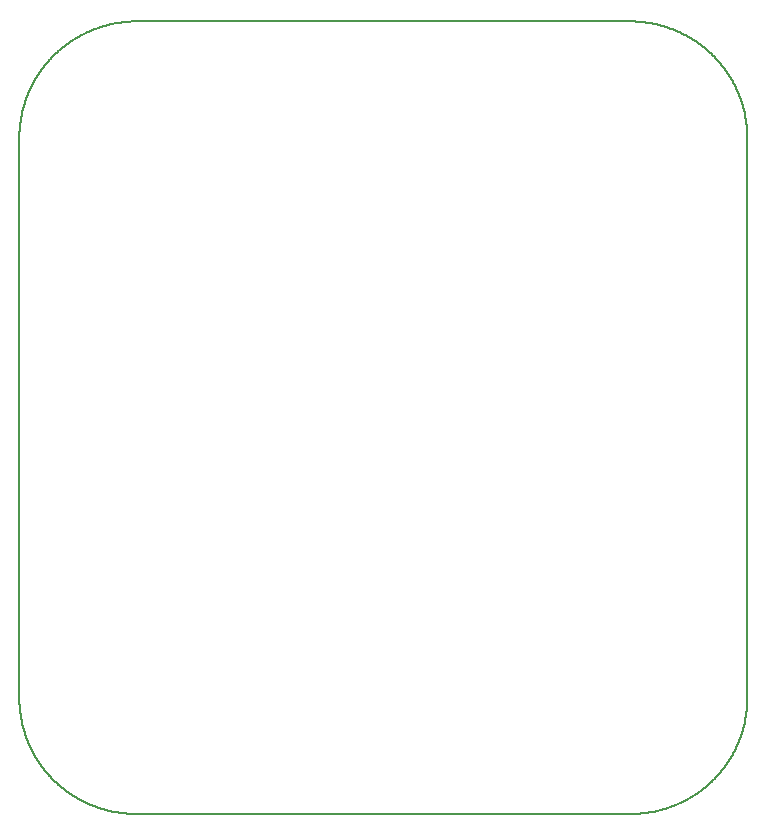
<source format=gm1>
G04 MADE WITH FRITZING*
G04 WWW.FRITZING.ORG*
G04 DOUBLE SIDED*
G04 HOLES PLATED*
G04 CONTOUR ON CENTER OF CONTOUR VECTOR*
%ASAXBY*%
%FSLAX23Y23*%
%MOIN*%
%OFA0B0*%
%SFA1.0B1.0*%
%ADD10C,0.008*%
%LNCONTOUR*%
G90*
G70*
G54D10*
X371Y2643D02*
X372Y2643D01*
X373Y2643D01*
X374Y2643D01*
X375Y2643D01*
X376Y2643D01*
X377Y2643D01*
X378Y2643D01*
X379Y2643D01*
X380Y2643D01*
X381Y2643D01*
X382Y2643D01*
X383Y2643D01*
X384Y2643D01*
X385Y2643D01*
X386Y2643D01*
X387Y2643D01*
X388Y2643D01*
X389Y2643D01*
X390Y2643D01*
X391Y2643D01*
X392Y2643D01*
X393Y2643D01*
X394Y2643D01*
X395Y2643D01*
X396Y2643D01*
X397Y2643D01*
X398Y2643D01*
X399Y2643D01*
X400Y2643D01*
X401Y2643D01*
X402Y2643D01*
X403Y2643D01*
X404Y2643D01*
X405Y2643D01*
X406Y2643D01*
X407Y2643D01*
X408Y2643D01*
X409Y2643D01*
X410Y2643D01*
X411Y2643D01*
X412Y2643D01*
X413Y2643D01*
X414Y2643D01*
X415Y2643D01*
X416Y2643D01*
X417Y2643D01*
X418Y2643D01*
X419Y2643D01*
X420Y2643D01*
X421Y2643D01*
X422Y2643D01*
X423Y2643D01*
X424Y2643D01*
X425Y2643D01*
X426Y2643D01*
X427Y2643D01*
X428Y2643D01*
X429Y2643D01*
X430Y2643D01*
X431Y2643D01*
X432Y2643D01*
X433Y2643D01*
X434Y2643D01*
X435Y2643D01*
X436Y2643D01*
X437Y2643D01*
X438Y2643D01*
X439Y2643D01*
X440Y2643D01*
X441Y2643D01*
X442Y2643D01*
X443Y2643D01*
X444Y2643D01*
X445Y2643D01*
X446Y2643D01*
X447Y2643D01*
X448Y2643D01*
X449Y2643D01*
X450Y2643D01*
X451Y2643D01*
X452Y2643D01*
X453Y2643D01*
X454Y2643D01*
X455Y2643D01*
X456Y2643D01*
X457Y2643D01*
X458Y2643D01*
X459Y2643D01*
X460Y2643D01*
X461Y2643D01*
X462Y2643D01*
X463Y2643D01*
X464Y2643D01*
X465Y2643D01*
X466Y2643D01*
X467Y2643D01*
X468Y2643D01*
X469Y2643D01*
X470Y2643D01*
X471Y2643D01*
X472Y2643D01*
X473Y2643D01*
X474Y2643D01*
X475Y2643D01*
X476Y2643D01*
X477Y2643D01*
X478Y2643D01*
X479Y2643D01*
X480Y2643D01*
X481Y2643D01*
X482Y2643D01*
X483Y2643D01*
X484Y2643D01*
X485Y2643D01*
X486Y2643D01*
X487Y2643D01*
X488Y2643D01*
X489Y2643D01*
X490Y2643D01*
X491Y2643D01*
X492Y2643D01*
X493Y2643D01*
X494Y2643D01*
X495Y2643D01*
X496Y2643D01*
X497Y2643D01*
X498Y2643D01*
X499Y2643D01*
X500Y2643D01*
X501Y2643D01*
X502Y2643D01*
X503Y2643D01*
X504Y2643D01*
X505Y2643D01*
X506Y2643D01*
X507Y2643D01*
X508Y2643D01*
X509Y2643D01*
X510Y2643D01*
X511Y2643D01*
X512Y2643D01*
X513Y2643D01*
X514Y2643D01*
X515Y2643D01*
X516Y2643D01*
X517Y2643D01*
X518Y2643D01*
X519Y2643D01*
X520Y2643D01*
X521Y2643D01*
X522Y2643D01*
X523Y2643D01*
X524Y2643D01*
X525Y2643D01*
X526Y2643D01*
X527Y2643D01*
X528Y2643D01*
X529Y2643D01*
X530Y2643D01*
X531Y2643D01*
X532Y2643D01*
X533Y2643D01*
X534Y2643D01*
X535Y2643D01*
X536Y2643D01*
X537Y2643D01*
X538Y2643D01*
X539Y2643D01*
X540Y2643D01*
X541Y2643D01*
X542Y2643D01*
X543Y2643D01*
X544Y2643D01*
X545Y2643D01*
X546Y2643D01*
X547Y2643D01*
X548Y2643D01*
X549Y2643D01*
X550Y2643D01*
X551Y2643D01*
X552Y2643D01*
X553Y2643D01*
X554Y2643D01*
X555Y2643D01*
X556Y2643D01*
X557Y2643D01*
X558Y2643D01*
X559Y2643D01*
X560Y2643D01*
X561Y2643D01*
X562Y2643D01*
X563Y2643D01*
X564Y2643D01*
X565Y2643D01*
X566Y2643D01*
X567Y2643D01*
X568Y2643D01*
X569Y2643D01*
X570Y2643D01*
X571Y2643D01*
X572Y2643D01*
X573Y2643D01*
X574Y2643D01*
X575Y2643D01*
X576Y2643D01*
X577Y2643D01*
X578Y2643D01*
X579Y2643D01*
X580Y2643D01*
X581Y2643D01*
X582Y2643D01*
X583Y2643D01*
X584Y2643D01*
X585Y2643D01*
X586Y2643D01*
X587Y2643D01*
X588Y2643D01*
X589Y2643D01*
X590Y2643D01*
X591Y2643D01*
X592Y2643D01*
X593Y2643D01*
X594Y2643D01*
X595Y2643D01*
X596Y2643D01*
X597Y2643D01*
X598Y2643D01*
X599Y2643D01*
X600Y2643D01*
X601Y2643D01*
X602Y2643D01*
X603Y2643D01*
X604Y2643D01*
X605Y2643D01*
X606Y2643D01*
X607Y2643D01*
X608Y2643D01*
X609Y2643D01*
X610Y2643D01*
X611Y2643D01*
X612Y2643D01*
X613Y2643D01*
X614Y2643D01*
X615Y2643D01*
X616Y2643D01*
X617Y2643D01*
X618Y2643D01*
X619Y2643D01*
X620Y2643D01*
X621Y2643D01*
X622Y2643D01*
X623Y2643D01*
X624Y2643D01*
X625Y2643D01*
X626Y2643D01*
X627Y2643D01*
X628Y2643D01*
X629Y2643D01*
X630Y2643D01*
X631Y2643D01*
X632Y2643D01*
X633Y2643D01*
X634Y2643D01*
X635Y2643D01*
X636Y2643D01*
X637Y2643D01*
X638Y2643D01*
X639Y2643D01*
X640Y2643D01*
X641Y2643D01*
X642Y2643D01*
X643Y2643D01*
X644Y2643D01*
X645Y2643D01*
X646Y2643D01*
X647Y2643D01*
X648Y2643D01*
X649Y2643D01*
X650Y2643D01*
X651Y2643D01*
X652Y2643D01*
X653Y2643D01*
X654Y2643D01*
X655Y2643D01*
X656Y2643D01*
X657Y2643D01*
X658Y2643D01*
X659Y2643D01*
X660Y2643D01*
X661Y2643D01*
X662Y2643D01*
X663Y2643D01*
X664Y2643D01*
X665Y2643D01*
X666Y2643D01*
X667Y2643D01*
X668Y2643D01*
X669Y2643D01*
X670Y2643D01*
X671Y2643D01*
X672Y2643D01*
X673Y2643D01*
X674Y2643D01*
X675Y2643D01*
X676Y2643D01*
X677Y2643D01*
X678Y2643D01*
X679Y2643D01*
X680Y2643D01*
X681Y2643D01*
X682Y2643D01*
X683Y2643D01*
X684Y2643D01*
X685Y2643D01*
X686Y2643D01*
X687Y2643D01*
X688Y2643D01*
X689Y2643D01*
X690Y2643D01*
X691Y2643D01*
X692Y2643D01*
X693Y2643D01*
X694Y2643D01*
X695Y2643D01*
X696Y2643D01*
X697Y2643D01*
X698Y2643D01*
X699Y2643D01*
X700Y2643D01*
X701Y2643D01*
X702Y2643D01*
X703Y2643D01*
X704Y2643D01*
X705Y2643D01*
X706Y2643D01*
X707Y2643D01*
X708Y2643D01*
X709Y2643D01*
X710Y2643D01*
X711Y2643D01*
X712Y2643D01*
X713Y2643D01*
X714Y2643D01*
X715Y2643D01*
X716Y2643D01*
X717Y2643D01*
X718Y2643D01*
X719Y2643D01*
X720Y2643D01*
X721Y2643D01*
X722Y2643D01*
X723Y2643D01*
X724Y2643D01*
X725Y2643D01*
X726Y2643D01*
X727Y2643D01*
X728Y2643D01*
X729Y2643D01*
X730Y2643D01*
X731Y2643D01*
X732Y2643D01*
X733Y2643D01*
X734Y2643D01*
X735Y2643D01*
X736Y2643D01*
X737Y2643D01*
X738Y2643D01*
X739Y2643D01*
X740Y2643D01*
X741Y2643D01*
X742Y2643D01*
X743Y2643D01*
X744Y2643D01*
X745Y2643D01*
X746Y2643D01*
X747Y2643D01*
X748Y2643D01*
X749Y2643D01*
X750Y2643D01*
X751Y2643D01*
X752Y2643D01*
X753Y2643D01*
X754Y2643D01*
X755Y2643D01*
X756Y2643D01*
X757Y2643D01*
X758Y2643D01*
X759Y2643D01*
X760Y2643D01*
X761Y2643D01*
X762Y2643D01*
X763Y2643D01*
X764Y2643D01*
X765Y2643D01*
X766Y2643D01*
X767Y2643D01*
X768Y2643D01*
X769Y2643D01*
X770Y2643D01*
X771Y2643D01*
X772Y2643D01*
X773Y2643D01*
X774Y2643D01*
X775Y2643D01*
X776Y2643D01*
X777Y2643D01*
X778Y2643D01*
X779Y2643D01*
X780Y2643D01*
X781Y2643D01*
X782Y2643D01*
X783Y2643D01*
X784Y2643D01*
X785Y2643D01*
X786Y2643D01*
X787Y2643D01*
X788Y2643D01*
X789Y2643D01*
X790Y2643D01*
X791Y2643D01*
X792Y2643D01*
X793Y2643D01*
X794Y2643D01*
X795Y2643D01*
X796Y2643D01*
X797Y2643D01*
X798Y2643D01*
X799Y2643D01*
X800Y2643D01*
X801Y2643D01*
X802Y2643D01*
X803Y2643D01*
X804Y2643D01*
X805Y2643D01*
X806Y2643D01*
X807Y2643D01*
X808Y2643D01*
X809Y2643D01*
X810Y2643D01*
X811Y2643D01*
X812Y2643D01*
X813Y2643D01*
X814Y2643D01*
X815Y2643D01*
X816Y2643D01*
X817Y2643D01*
X818Y2643D01*
X819Y2643D01*
X820Y2643D01*
X821Y2643D01*
X822Y2643D01*
X823Y2643D01*
X824Y2643D01*
X825Y2643D01*
X826Y2643D01*
X827Y2643D01*
X828Y2643D01*
X829Y2643D01*
X830Y2643D01*
X831Y2643D01*
X832Y2643D01*
X833Y2643D01*
X834Y2643D01*
X835Y2643D01*
X836Y2643D01*
X837Y2643D01*
X838Y2643D01*
X839Y2643D01*
X840Y2643D01*
X841Y2643D01*
X842Y2643D01*
X843Y2643D01*
X844Y2643D01*
X845Y2643D01*
X846Y2643D01*
X847Y2643D01*
X848Y2643D01*
X849Y2643D01*
X850Y2643D01*
X851Y2643D01*
X852Y2643D01*
X853Y2643D01*
X854Y2643D01*
X855Y2643D01*
X856Y2643D01*
X857Y2643D01*
X858Y2643D01*
X859Y2643D01*
X860Y2643D01*
X861Y2643D01*
X862Y2643D01*
X863Y2643D01*
X864Y2643D01*
X865Y2643D01*
X866Y2643D01*
X867Y2643D01*
X868Y2643D01*
X869Y2643D01*
X870Y2643D01*
X871Y2643D01*
X872Y2643D01*
X873Y2643D01*
X874Y2643D01*
X875Y2643D01*
X876Y2643D01*
X877Y2643D01*
X878Y2643D01*
X879Y2643D01*
X880Y2643D01*
X881Y2643D01*
X882Y2643D01*
X883Y2643D01*
X884Y2643D01*
X885Y2643D01*
X886Y2643D01*
X887Y2643D01*
X888Y2643D01*
X889Y2643D01*
X890Y2643D01*
X891Y2643D01*
X892Y2643D01*
X893Y2643D01*
X894Y2643D01*
X895Y2643D01*
X896Y2643D01*
X897Y2643D01*
X898Y2643D01*
X899Y2643D01*
X900Y2643D01*
X901Y2643D01*
X902Y2643D01*
X903Y2643D01*
X904Y2643D01*
X905Y2643D01*
X906Y2643D01*
X907Y2643D01*
X908Y2643D01*
X909Y2643D01*
X910Y2643D01*
X911Y2643D01*
X912Y2643D01*
X913Y2643D01*
X914Y2643D01*
X915Y2643D01*
X916Y2643D01*
X917Y2643D01*
X918Y2643D01*
X919Y2643D01*
X920Y2643D01*
X921Y2643D01*
X922Y2643D01*
X923Y2643D01*
X924Y2643D01*
X925Y2643D01*
X926Y2643D01*
X927Y2643D01*
X928Y2643D01*
X929Y2643D01*
X930Y2643D01*
X931Y2643D01*
X932Y2643D01*
X933Y2643D01*
X934Y2643D01*
X935Y2643D01*
X936Y2643D01*
X937Y2643D01*
X938Y2643D01*
X939Y2643D01*
X940Y2643D01*
X941Y2643D01*
X942Y2643D01*
X943Y2643D01*
X944Y2643D01*
X945Y2643D01*
X946Y2643D01*
X947Y2643D01*
X948Y2643D01*
X949Y2643D01*
X950Y2643D01*
X951Y2643D01*
X952Y2643D01*
X953Y2643D01*
X954Y2643D01*
X955Y2643D01*
X956Y2643D01*
X957Y2643D01*
X958Y2643D01*
X959Y2643D01*
X960Y2643D01*
X961Y2643D01*
X962Y2643D01*
X963Y2643D01*
X964Y2643D01*
X965Y2643D01*
X966Y2643D01*
X967Y2643D01*
X968Y2643D01*
X969Y2643D01*
X970Y2643D01*
X971Y2643D01*
X972Y2643D01*
X973Y2643D01*
X974Y2643D01*
X975Y2643D01*
X976Y2643D01*
X977Y2643D01*
X978Y2643D01*
X979Y2643D01*
X980Y2643D01*
X981Y2643D01*
X982Y2643D01*
X983Y2643D01*
X984Y2643D01*
X985Y2643D01*
X986Y2643D01*
X987Y2643D01*
X988Y2643D01*
X989Y2643D01*
X990Y2643D01*
X991Y2643D01*
X992Y2643D01*
X993Y2643D01*
X994Y2643D01*
X995Y2643D01*
X996Y2643D01*
X997Y2643D01*
X998Y2643D01*
X999Y2643D01*
X1000Y2643D01*
X1001Y2643D01*
X1002Y2643D01*
X1003Y2643D01*
X1004Y2643D01*
X1005Y2643D01*
X1006Y2643D01*
X1007Y2643D01*
X1008Y2643D01*
X1009Y2643D01*
X1010Y2643D01*
X1011Y2643D01*
X1012Y2643D01*
X1013Y2643D01*
X1014Y2643D01*
X1015Y2643D01*
X1016Y2643D01*
X1017Y2643D01*
X1018Y2643D01*
X1019Y2643D01*
X1020Y2643D01*
X1021Y2643D01*
X1022Y2643D01*
X1023Y2643D01*
X1024Y2643D01*
X1025Y2643D01*
X1026Y2643D01*
X1027Y2643D01*
X1028Y2643D01*
X1029Y2643D01*
X1030Y2643D01*
X1031Y2643D01*
X1032Y2643D01*
X1033Y2643D01*
X1034Y2643D01*
X1035Y2643D01*
X1036Y2643D01*
X1037Y2643D01*
X1038Y2643D01*
X1039Y2643D01*
X1040Y2643D01*
X1041Y2643D01*
X1042Y2643D01*
X1043Y2643D01*
X1044Y2643D01*
X1045Y2643D01*
X1046Y2643D01*
X1047Y2643D01*
X1048Y2643D01*
X1049Y2643D01*
X1050Y2643D01*
X1051Y2643D01*
X1052Y2643D01*
X1053Y2643D01*
X1054Y2643D01*
X1055Y2643D01*
X1056Y2643D01*
X1057Y2643D01*
X1058Y2643D01*
X1059Y2643D01*
X1060Y2643D01*
X1061Y2643D01*
X1062Y2643D01*
X1063Y2643D01*
X1064Y2643D01*
X1065Y2643D01*
X1066Y2643D01*
X1067Y2643D01*
X1068Y2643D01*
X1069Y2643D01*
X1070Y2643D01*
X1071Y2643D01*
X1072Y2643D01*
X1073Y2643D01*
X1074Y2643D01*
X1075Y2643D01*
X1076Y2643D01*
X1077Y2643D01*
X1078Y2643D01*
X1079Y2643D01*
X1080Y2643D01*
X1081Y2643D01*
X1082Y2643D01*
X1083Y2643D01*
X1084Y2643D01*
X1085Y2643D01*
X1086Y2643D01*
X1087Y2643D01*
X1088Y2643D01*
X1089Y2643D01*
X1090Y2643D01*
X1091Y2643D01*
X1092Y2643D01*
X1093Y2643D01*
X1094Y2643D01*
X1095Y2643D01*
X1096Y2643D01*
X1097Y2643D01*
X1098Y2643D01*
X1099Y2643D01*
X1100Y2643D01*
X1101Y2643D01*
X1102Y2643D01*
X1103Y2643D01*
X1104Y2643D01*
X1105Y2643D01*
X1106Y2643D01*
X1107Y2643D01*
X1108Y2643D01*
X1109Y2643D01*
X1110Y2643D01*
X1111Y2643D01*
X1112Y2643D01*
X1113Y2643D01*
X1114Y2643D01*
X1115Y2643D01*
X1116Y2643D01*
X1117Y2643D01*
X1118Y2643D01*
X1119Y2643D01*
X1120Y2643D01*
X1121Y2643D01*
X1122Y2643D01*
X1123Y2643D01*
X1124Y2643D01*
X1125Y2643D01*
X1126Y2643D01*
X1127Y2643D01*
X1128Y2643D01*
X1129Y2643D01*
X1130Y2643D01*
X1131Y2643D01*
X1132Y2643D01*
X1133Y2643D01*
X1134Y2643D01*
X1135Y2643D01*
X1136Y2643D01*
X1137Y2643D01*
X1138Y2643D01*
X1139Y2643D01*
X1140Y2643D01*
X1141Y2643D01*
X1142Y2643D01*
X1143Y2643D01*
X1144Y2643D01*
X1145Y2643D01*
X1146Y2643D01*
X1147Y2643D01*
X1148Y2643D01*
X1149Y2643D01*
X1150Y2643D01*
X1151Y2643D01*
X1152Y2643D01*
X1153Y2643D01*
X1154Y2643D01*
X1155Y2643D01*
X1156Y2643D01*
X1157Y2643D01*
X1158Y2643D01*
X1159Y2643D01*
X1160Y2643D01*
X1161Y2643D01*
X1162Y2643D01*
X1163Y2643D01*
X1164Y2643D01*
X1165Y2643D01*
X1166Y2643D01*
X1167Y2643D01*
X1168Y2643D01*
X1169Y2643D01*
X1170Y2643D01*
X1171Y2643D01*
X1172Y2643D01*
X1173Y2643D01*
X1174Y2643D01*
X1175Y2643D01*
X1176Y2643D01*
X1177Y2643D01*
X1178Y2643D01*
X1179Y2643D01*
X1180Y2643D01*
X1181Y2643D01*
X1182Y2643D01*
X1183Y2643D01*
X1184Y2643D01*
X1185Y2643D01*
X1186Y2643D01*
X1187Y2643D01*
X1188Y2643D01*
X1189Y2643D01*
X1190Y2643D01*
X1191Y2643D01*
X1192Y2643D01*
X1193Y2643D01*
X1194Y2643D01*
X1195Y2643D01*
X1196Y2643D01*
X1197Y2643D01*
X1198Y2643D01*
X1199Y2643D01*
X1200Y2643D01*
X1201Y2643D01*
X1202Y2643D01*
X1203Y2643D01*
X1204Y2643D01*
X1205Y2643D01*
X1206Y2643D01*
X1207Y2643D01*
X1208Y2643D01*
X1209Y2643D01*
X1210Y2643D01*
X1211Y2643D01*
X1212Y2643D01*
X1213Y2643D01*
X1214Y2643D01*
X1215Y2643D01*
X1216Y2643D01*
X1217Y2643D01*
X1218Y2643D01*
X1219Y2643D01*
X1220Y2643D01*
X1221Y2643D01*
X1222Y2643D01*
X1223Y2643D01*
X1224Y2643D01*
X1225Y2643D01*
X1226Y2643D01*
X1227Y2643D01*
X1228Y2643D01*
X1229Y2643D01*
X1230Y2643D01*
X1231Y2643D01*
X1232Y2643D01*
X1233Y2643D01*
X1234Y2643D01*
X1235Y2643D01*
X1236Y2643D01*
X1237Y2643D01*
X1238Y2643D01*
X1239Y2643D01*
X1240Y2643D01*
X1241Y2643D01*
X1242Y2643D01*
X1243Y2643D01*
X1244Y2643D01*
X1245Y2643D01*
X1246Y2643D01*
X1247Y2643D01*
X1248Y2643D01*
X1249Y2643D01*
X1250Y2643D01*
X1251Y2643D01*
X1252Y2643D01*
X1253Y2643D01*
X1254Y2643D01*
X1255Y2643D01*
X1256Y2643D01*
X1257Y2643D01*
X1258Y2643D01*
X1259Y2643D01*
X1260Y2643D01*
X1261Y2643D01*
X1262Y2643D01*
X1263Y2643D01*
X1264Y2643D01*
X1265Y2643D01*
X1266Y2643D01*
X1267Y2643D01*
X1268Y2643D01*
X1269Y2643D01*
X1270Y2643D01*
X1271Y2643D01*
X1272Y2643D01*
X1273Y2643D01*
X1274Y2643D01*
X1275Y2643D01*
X1276Y2643D01*
X1277Y2643D01*
X1278Y2643D01*
X1279Y2643D01*
X1280Y2643D01*
X1281Y2643D01*
X1282Y2643D01*
X1283Y2643D01*
X1284Y2643D01*
X1285Y2643D01*
X1286Y2643D01*
X1287Y2643D01*
X1288Y2643D01*
X1289Y2643D01*
X1290Y2643D01*
X1291Y2643D01*
X1292Y2643D01*
X1293Y2643D01*
X1294Y2643D01*
X1295Y2643D01*
X1296Y2643D01*
X1297Y2643D01*
X1298Y2643D01*
X1299Y2643D01*
X1300Y2643D01*
X1301Y2643D01*
X1302Y2643D01*
X1303Y2643D01*
X1304Y2643D01*
X1305Y2643D01*
X1306Y2643D01*
X1307Y2643D01*
X1308Y2643D01*
X1309Y2643D01*
X1310Y2643D01*
X1311Y2643D01*
X1312Y2643D01*
X1313Y2643D01*
X1314Y2643D01*
X1315Y2643D01*
X1316Y2643D01*
X1317Y2643D01*
X1318Y2643D01*
X1319Y2643D01*
X1320Y2643D01*
X1321Y2643D01*
X1322Y2643D01*
X1323Y2643D01*
X1324Y2643D01*
X1325Y2643D01*
X1326Y2643D01*
X1327Y2643D01*
X1328Y2643D01*
X1329Y2643D01*
X1330Y2643D01*
X1331Y2643D01*
X1332Y2643D01*
X1333Y2643D01*
X1334Y2643D01*
X1335Y2643D01*
X1336Y2643D01*
X1337Y2643D01*
X1338Y2643D01*
X1339Y2643D01*
X1340Y2643D01*
X1341Y2643D01*
X1342Y2643D01*
X1343Y2643D01*
X1344Y2643D01*
X1345Y2643D01*
X1346Y2643D01*
X1347Y2643D01*
X1348Y2643D01*
X1349Y2643D01*
X1350Y2643D01*
X1351Y2643D01*
X1352Y2643D01*
X1353Y2643D01*
X1354Y2643D01*
X1355Y2643D01*
X1356Y2643D01*
X1357Y2643D01*
X1358Y2643D01*
X1359Y2643D01*
X1360Y2643D01*
X1361Y2643D01*
X1362Y2643D01*
X1363Y2643D01*
X1364Y2643D01*
X1365Y2643D01*
X1366Y2643D01*
X1367Y2643D01*
X1368Y2643D01*
X1369Y2643D01*
X1370Y2643D01*
X1371Y2643D01*
X1372Y2643D01*
X1373Y2643D01*
X1374Y2643D01*
X1375Y2643D01*
X1376Y2643D01*
X1377Y2643D01*
X1378Y2643D01*
X1379Y2643D01*
X1380Y2643D01*
X1381Y2643D01*
X1382Y2643D01*
X1383Y2643D01*
X1384Y2643D01*
X1385Y2643D01*
X1386Y2643D01*
X1387Y2643D01*
X1388Y2643D01*
X1389Y2643D01*
X1390Y2643D01*
X1391Y2643D01*
X1392Y2643D01*
X1393Y2643D01*
X1394Y2643D01*
X1395Y2643D01*
X1396Y2643D01*
X1397Y2643D01*
X1398Y2643D01*
X1399Y2643D01*
X1400Y2643D01*
X1401Y2643D01*
X1402Y2643D01*
X1403Y2643D01*
X1404Y2643D01*
X1405Y2643D01*
X1406Y2643D01*
X1407Y2643D01*
X1408Y2643D01*
X1409Y2643D01*
X1410Y2643D01*
X1411Y2643D01*
X1412Y2643D01*
X1413Y2643D01*
X1414Y2643D01*
X1415Y2643D01*
X1416Y2643D01*
X1417Y2643D01*
X1418Y2643D01*
X1419Y2643D01*
X1420Y2643D01*
X1421Y2643D01*
X1422Y2643D01*
X1423Y2643D01*
X1424Y2643D01*
X1425Y2643D01*
X1426Y2643D01*
X1427Y2643D01*
X1428Y2643D01*
X1429Y2643D01*
X1430Y2643D01*
X1431Y2643D01*
X1432Y2643D01*
X1433Y2643D01*
X1434Y2643D01*
X1435Y2643D01*
X1436Y2643D01*
X1437Y2643D01*
X1438Y2643D01*
X1439Y2643D01*
X1440Y2643D01*
X1441Y2643D01*
X1442Y2643D01*
X1443Y2643D01*
X1444Y2643D01*
X1445Y2643D01*
X1446Y2643D01*
X1447Y2643D01*
X1448Y2643D01*
X1449Y2643D01*
X1450Y2643D01*
X1451Y2643D01*
X1452Y2643D01*
X1453Y2643D01*
X1454Y2643D01*
X1455Y2643D01*
X1456Y2643D01*
X1457Y2643D01*
X1458Y2643D01*
X1459Y2643D01*
X1460Y2643D01*
X1461Y2643D01*
X1462Y2643D01*
X1463Y2643D01*
X1464Y2643D01*
X1465Y2643D01*
X1466Y2643D01*
X1467Y2643D01*
X1468Y2643D01*
X1469Y2643D01*
X1470Y2643D01*
X1471Y2643D01*
X1472Y2643D01*
X1473Y2643D01*
X1474Y2643D01*
X1475Y2643D01*
X1476Y2643D01*
X1477Y2643D01*
X1478Y2643D01*
X1479Y2643D01*
X1480Y2643D01*
X1481Y2643D01*
X1482Y2643D01*
X1483Y2643D01*
X1484Y2643D01*
X1485Y2643D01*
X1486Y2643D01*
X1487Y2643D01*
X1488Y2643D01*
X1489Y2643D01*
X1490Y2643D01*
X1491Y2643D01*
X1492Y2643D01*
X1493Y2643D01*
X1494Y2643D01*
X1495Y2643D01*
X1496Y2643D01*
X1497Y2643D01*
X1498Y2643D01*
X1499Y2643D01*
X1500Y2643D01*
X1501Y2643D01*
X1502Y2643D01*
X1503Y2643D01*
X1504Y2643D01*
X1505Y2643D01*
X1506Y2643D01*
X1507Y2643D01*
X1508Y2643D01*
X1509Y2643D01*
X1510Y2643D01*
X1511Y2643D01*
X1512Y2643D01*
X1513Y2643D01*
X1514Y2643D01*
X1515Y2643D01*
X1516Y2643D01*
X1517Y2643D01*
X1518Y2643D01*
X1519Y2643D01*
X1520Y2643D01*
X1521Y2643D01*
X1522Y2643D01*
X1523Y2643D01*
X1524Y2643D01*
X1525Y2643D01*
X1526Y2643D01*
X1527Y2643D01*
X1528Y2643D01*
X1529Y2643D01*
X1530Y2643D01*
X1531Y2643D01*
X1532Y2643D01*
X1533Y2643D01*
X1534Y2643D01*
X1535Y2643D01*
X1536Y2643D01*
X1537Y2643D01*
X1538Y2643D01*
X1539Y2643D01*
X1540Y2643D01*
X1541Y2643D01*
X1542Y2643D01*
X1543Y2643D01*
X1544Y2643D01*
X1545Y2643D01*
X1546Y2643D01*
X1547Y2643D01*
X1548Y2643D01*
X1549Y2643D01*
X1550Y2643D01*
X1551Y2643D01*
X1552Y2643D01*
X1553Y2643D01*
X1554Y2643D01*
X1555Y2643D01*
X1556Y2643D01*
X1557Y2643D01*
X1558Y2643D01*
X1559Y2643D01*
X1560Y2643D01*
X1561Y2643D01*
X1562Y2643D01*
X1563Y2643D01*
X1564Y2643D01*
X1565Y2643D01*
X1566Y2643D01*
X1567Y2643D01*
X1568Y2643D01*
X1569Y2643D01*
X1570Y2643D01*
X1571Y2643D01*
X1572Y2643D01*
X1573Y2643D01*
X1574Y2643D01*
X1575Y2643D01*
X1576Y2643D01*
X1577Y2643D01*
X1578Y2643D01*
X1579Y2643D01*
X1580Y2643D01*
X1581Y2643D01*
X1582Y2643D01*
X1583Y2643D01*
X1584Y2643D01*
X1585Y2643D01*
X1586Y2643D01*
X1587Y2643D01*
X1588Y2643D01*
X1589Y2643D01*
X1590Y2643D01*
X1591Y2643D01*
X1592Y2643D01*
X1593Y2643D01*
X1594Y2643D01*
X1595Y2643D01*
X1596Y2643D01*
X1597Y2643D01*
X1598Y2643D01*
X1599Y2643D01*
X1600Y2643D01*
X1601Y2643D01*
X1602Y2643D01*
X1603Y2643D01*
X1604Y2643D01*
X1605Y2643D01*
X1606Y2643D01*
X1607Y2643D01*
X1608Y2643D01*
X1609Y2643D01*
X1610Y2643D01*
X1611Y2643D01*
X1612Y2643D01*
X1613Y2643D01*
X1614Y2643D01*
X1615Y2643D01*
X1616Y2643D01*
X1617Y2643D01*
X1618Y2643D01*
X1619Y2643D01*
X1620Y2643D01*
X1621Y2643D01*
X1622Y2643D01*
X1623Y2643D01*
X1624Y2643D01*
X1625Y2643D01*
X1626Y2643D01*
X1627Y2643D01*
X1628Y2643D01*
X1629Y2643D01*
X1630Y2643D01*
X1631Y2643D01*
X1632Y2643D01*
X1633Y2643D01*
X1634Y2643D01*
X1635Y2643D01*
X1636Y2643D01*
X1637Y2643D01*
X1638Y2643D01*
X1639Y2643D01*
X1640Y2643D01*
X1641Y2643D01*
X1642Y2643D01*
X1643Y2643D01*
X1644Y2643D01*
X1645Y2643D01*
X1646Y2643D01*
X1647Y2643D01*
X1648Y2643D01*
X1649Y2643D01*
X1650Y2643D01*
X1651Y2643D01*
X1652Y2643D01*
X1653Y2643D01*
X1654Y2643D01*
X1655Y2643D01*
X1656Y2643D01*
X1657Y2643D01*
X1658Y2643D01*
X1659Y2643D01*
X1660Y2643D01*
X1661Y2643D01*
X1662Y2643D01*
X1663Y2643D01*
X1664Y2643D01*
X1665Y2643D01*
X1666Y2643D01*
X1667Y2643D01*
X1668Y2643D01*
X1669Y2643D01*
X1670Y2643D01*
X1671Y2643D01*
X1672Y2643D01*
X1673Y2643D01*
X1674Y2643D01*
X1675Y2643D01*
X1676Y2643D01*
X1677Y2643D01*
X1678Y2643D01*
X1679Y2643D01*
X1680Y2643D01*
X1681Y2643D01*
X1682Y2643D01*
X1683Y2643D01*
X1684Y2643D01*
X1685Y2643D01*
X1686Y2643D01*
X1687Y2643D01*
X1688Y2643D01*
X1689Y2643D01*
X1690Y2643D01*
X1691Y2643D01*
X1692Y2643D01*
X1693Y2643D01*
X1694Y2643D01*
X1695Y2643D01*
X1696Y2643D01*
X1697Y2643D01*
X1698Y2643D01*
X1699Y2643D01*
X1700Y2643D01*
X1701Y2643D01*
X1702Y2643D01*
X1703Y2643D01*
X1704Y2643D01*
X1705Y2643D01*
X1706Y2643D01*
X1707Y2643D01*
X1708Y2643D01*
X1709Y2643D01*
X1710Y2643D01*
X1711Y2643D01*
X1712Y2643D01*
X1713Y2643D01*
X1714Y2643D01*
X1715Y2643D01*
X1716Y2643D01*
X1717Y2643D01*
X1718Y2643D01*
X1719Y2643D01*
X1720Y2643D01*
X1721Y2643D01*
X1722Y2643D01*
X1723Y2643D01*
X1724Y2643D01*
X1725Y2643D01*
X1726Y2643D01*
X1727Y2643D01*
X1728Y2643D01*
X1729Y2643D01*
X1730Y2643D01*
X1731Y2643D01*
X1732Y2643D01*
X1733Y2643D01*
X1734Y2643D01*
X1735Y2643D01*
X1736Y2643D01*
X1737Y2643D01*
X1738Y2643D01*
X1739Y2643D01*
X1740Y2643D01*
X1741Y2643D01*
X1742Y2643D01*
X1743Y2643D01*
X1744Y2643D01*
X1745Y2643D01*
X1746Y2643D01*
X1747Y2643D01*
X1748Y2643D01*
X1749Y2643D01*
X1750Y2643D01*
X1751Y2643D01*
X1752Y2643D01*
X1753Y2643D01*
X1754Y2643D01*
X1755Y2643D01*
X1756Y2643D01*
X1757Y2643D01*
X1758Y2643D01*
X1759Y2643D01*
X1760Y2643D01*
X1761Y2643D01*
X1762Y2643D01*
X1763Y2643D01*
X1764Y2643D01*
X1765Y2643D01*
X1766Y2643D01*
X1767Y2643D01*
X1768Y2643D01*
X1769Y2643D01*
X1770Y2643D01*
X1771Y2643D01*
X1772Y2643D01*
X1773Y2643D01*
X1774Y2643D01*
X1775Y2643D01*
X1776Y2643D01*
X1777Y2643D01*
X1778Y2643D01*
X1779Y2643D01*
X1780Y2643D01*
X1781Y2643D01*
X1782Y2643D01*
X1783Y2643D01*
X1784Y2643D01*
X1785Y2643D01*
X1786Y2643D01*
X1787Y2643D01*
X1788Y2643D01*
X1789Y2643D01*
X1790Y2643D01*
X1791Y2643D01*
X1792Y2643D01*
X1793Y2643D01*
X1794Y2643D01*
X1795Y2643D01*
X1796Y2643D01*
X1797Y2643D01*
X1798Y2643D01*
X1799Y2643D01*
X1800Y2643D01*
X1801Y2643D01*
X1802Y2643D01*
X1803Y2643D01*
X1804Y2643D01*
X1805Y2643D01*
X1806Y2643D01*
X1807Y2643D01*
X1808Y2643D01*
X1809Y2643D01*
X1810Y2643D01*
X1811Y2643D01*
X1812Y2643D01*
X1813Y2643D01*
X1814Y2643D01*
X1815Y2643D01*
X1816Y2643D01*
X1817Y2643D01*
X1818Y2643D01*
X1819Y2643D01*
X1820Y2643D01*
X1821Y2643D01*
X1822Y2643D01*
X1823Y2643D01*
X1824Y2643D01*
X1825Y2643D01*
X1826Y2643D01*
X1827Y2643D01*
X1828Y2643D01*
X1829Y2643D01*
X1830Y2643D01*
X1831Y2643D01*
X1832Y2643D01*
X1833Y2643D01*
X1834Y2643D01*
X1835Y2643D01*
X1836Y2643D01*
X1837Y2643D01*
X1838Y2643D01*
X1839Y2643D01*
X1840Y2643D01*
X1841Y2643D01*
X1842Y2643D01*
X1843Y2643D01*
X1844Y2643D01*
X1845Y2643D01*
X1846Y2643D01*
X1847Y2643D01*
X1848Y2643D01*
X1849Y2643D01*
X1850Y2643D01*
X1851Y2643D01*
X1852Y2643D01*
X1853Y2643D01*
X1854Y2643D01*
X1855Y2643D01*
X1856Y2643D01*
X1857Y2643D01*
X1858Y2643D01*
X1859Y2643D01*
X1860Y2643D01*
X1861Y2643D01*
X1862Y2643D01*
X1863Y2643D01*
X1864Y2643D01*
X1865Y2643D01*
X1866Y2643D01*
X1867Y2643D01*
X1868Y2643D01*
X1869Y2643D01*
X1870Y2643D01*
X1871Y2643D01*
X1872Y2643D01*
X1873Y2643D01*
X1874Y2643D01*
X1875Y2643D01*
X1876Y2643D01*
X1877Y2643D01*
X1878Y2643D01*
X1879Y2643D01*
X1880Y2643D01*
X1881Y2643D01*
X1882Y2643D01*
X1883Y2643D01*
X1884Y2643D01*
X1885Y2643D01*
X1886Y2643D01*
X1887Y2643D01*
X1888Y2643D01*
X1889Y2643D01*
X1890Y2643D01*
X1891Y2643D01*
X1892Y2643D01*
X1893Y2643D01*
X1894Y2643D01*
X1895Y2643D01*
X1896Y2643D01*
X1897Y2643D01*
X1898Y2643D01*
X1899Y2643D01*
X1900Y2643D01*
X1901Y2643D01*
X1902Y2643D01*
X1903Y2643D01*
X1904Y2643D01*
X1905Y2643D01*
X1906Y2643D01*
X1907Y2643D01*
X1908Y2643D01*
X1909Y2643D01*
X1910Y2643D01*
X1911Y2643D01*
X1912Y2643D01*
X1913Y2643D01*
X1914Y2643D01*
X1915Y2643D01*
X1916Y2643D01*
X1917Y2643D01*
X1918Y2643D01*
X1919Y2643D01*
X1920Y2643D01*
X1921Y2643D01*
X1922Y2643D01*
X1923Y2643D01*
X1924Y2643D01*
X1925Y2643D01*
X1926Y2643D01*
X1927Y2643D01*
X1928Y2643D01*
X1929Y2643D01*
X1930Y2643D01*
X1931Y2643D01*
X1932Y2643D01*
X1933Y2643D01*
X1934Y2643D01*
X1935Y2643D01*
X1936Y2643D01*
X1937Y2643D01*
X1938Y2643D01*
X1939Y2643D01*
X1940Y2643D01*
X1941Y2643D01*
X1942Y2643D01*
X1943Y2643D01*
X1944Y2643D01*
X1945Y2643D01*
X1946Y2643D01*
X1947Y2643D01*
X1948Y2643D01*
X1949Y2643D01*
X1950Y2643D01*
X1951Y2643D01*
X1952Y2643D01*
X1953Y2643D01*
X1954Y2643D01*
X1955Y2643D01*
X1956Y2643D01*
X1957Y2643D01*
X1958Y2643D01*
X1959Y2643D01*
X1960Y2643D01*
X1961Y2643D01*
X1962Y2643D01*
X1963Y2643D01*
X1964Y2643D01*
X1965Y2643D01*
X1966Y2643D01*
X1967Y2643D01*
X1968Y2643D01*
X1969Y2643D01*
X1970Y2643D01*
X1971Y2643D01*
X1972Y2643D01*
X1973Y2643D01*
X1974Y2643D01*
X1975Y2643D01*
X1976Y2643D01*
X1977Y2643D01*
X1978Y2643D01*
X1979Y2643D01*
X1980Y2643D01*
X1981Y2643D01*
X1982Y2643D01*
X1983Y2643D01*
X1984Y2643D01*
X1985Y2643D01*
X1986Y2643D01*
X1987Y2643D01*
X1988Y2643D01*
X1989Y2643D01*
X1990Y2643D01*
X1991Y2643D01*
X1992Y2643D01*
X1993Y2643D01*
X1994Y2643D01*
X1995Y2643D01*
X1996Y2643D01*
X1997Y2643D01*
X1998Y2643D01*
X1999Y2643D01*
X2000Y2643D01*
X2001Y2643D01*
X2002Y2643D01*
X2003Y2643D01*
X2004Y2643D01*
X2005Y2643D01*
X2006Y2643D01*
X2007Y2643D01*
X2008Y2643D01*
X2009Y2643D01*
X2010Y2643D01*
X2011Y2643D01*
X2012Y2643D01*
X2013Y2643D01*
X2014Y2643D01*
X2015Y2643D01*
X2016Y2643D01*
X2017Y2643D01*
X2018Y2643D01*
X2019Y2643D01*
X2020Y2643D01*
X2021Y2643D01*
X2022Y2643D01*
X2023Y2643D01*
X2024Y2643D01*
X2025Y2643D01*
X2026Y2643D01*
X2027Y2643D01*
X2028Y2643D01*
X2029Y2643D01*
X2030Y2643D01*
X2031Y2643D01*
X2032Y2643D01*
X2033Y2643D01*
X2034Y2643D01*
X2035Y2643D01*
X2036Y2643D01*
X2037Y2643D01*
X2038Y2643D01*
X2039Y2643D01*
X2040Y2643D01*
X2041Y2643D01*
X2042Y2643D01*
X2043Y2643D01*
X2044Y2643D01*
X2045Y2643D01*
X2046Y2643D01*
X2047Y2643D01*
X2048Y2643D01*
X2049Y2643D01*
X2050Y2643D01*
X2051Y2643D01*
X2052Y2643D01*
X2053Y2643D01*
X2054Y2643D01*
X2055Y2643D01*
X2056Y2642D01*
X2057Y2642D01*
X2058Y2642D01*
X2059Y2642D01*
X2060Y2642D01*
X2061Y2642D01*
X2062Y2642D01*
X2063Y2642D01*
X2064Y2642D01*
X2065Y2642D01*
X2066Y2642D01*
X2067Y2642D01*
X2068Y2642D01*
X2069Y2642D01*
X2070Y2641D01*
X2071Y2641D01*
X2072Y2641D01*
X2073Y2641D01*
X2074Y2641D01*
X2075Y2641D01*
X2076Y2641D01*
X2077Y2641D01*
X2078Y2641D01*
X2079Y2641D01*
X2080Y2640D01*
X2081Y2640D01*
X2082Y2640D01*
X2083Y2640D01*
X2084Y2640D01*
X2085Y2640D01*
X2086Y2640D01*
X2087Y2640D01*
X2088Y2640D01*
X2089Y2639D01*
X2090Y2639D01*
X2091Y2639D01*
X2092Y2639D01*
X2093Y2639D01*
X2094Y2639D01*
X2095Y2639D01*
X2096Y2638D01*
X2097Y2638D01*
X2098Y2638D01*
X2099Y2638D01*
X2100Y2638D01*
X2101Y2638D01*
X2102Y2637D01*
X2103Y2637D01*
X2104Y2637D01*
X2105Y2637D01*
X2106Y2637D01*
X2107Y2636D01*
X2108Y2636D01*
X2109Y2636D01*
X2110Y2636D01*
X2111Y2636D01*
X2112Y2636D01*
X2113Y2635D01*
X2114Y2635D01*
X2115Y2635D01*
X2116Y2635D01*
X2117Y2635D01*
X2118Y2634D01*
X2119Y2634D01*
X2120Y2634D01*
X2121Y2634D01*
X2122Y2633D01*
X2123Y2633D01*
X2124Y2633D01*
X2125Y2633D01*
X2126Y2633D01*
X2127Y2632D01*
X2128Y2632D01*
X2129Y2632D01*
X2130Y2632D01*
X2131Y2631D01*
X2132Y2631D01*
X2133Y2631D01*
X2134Y2631D01*
X2135Y2630D01*
X2136Y2630D01*
X2137Y2630D01*
X2138Y2630D01*
X2139Y2629D01*
X2140Y2629D01*
X2141Y2629D01*
X2142Y2628D01*
X2143Y2628D01*
X2144Y2628D01*
X2145Y2628D01*
X2146Y2627D01*
X2147Y2627D01*
X2148Y2627D01*
X2149Y2626D01*
X2150Y2626D01*
X2151Y2626D01*
X2152Y2625D01*
X2153Y2625D01*
X2154Y2625D01*
X2155Y2624D01*
X2156Y2624D01*
X2157Y2624D01*
X2158Y2623D01*
X2159Y2623D01*
X2160Y2623D01*
X2161Y2622D01*
X2162Y2622D01*
X2163Y2622D01*
X2164Y2621D01*
X2165Y2621D01*
X2166Y2621D01*
X2167Y2620D01*
X2168Y2620D01*
X2169Y2620D01*
X2170Y2619D01*
X2171Y2619D01*
X2172Y2619D01*
X2173Y2618D01*
X2174Y2618D01*
X2175Y2618D01*
X2176Y2617D01*
X2177Y2617D01*
X2178Y2616D01*
X2179Y2616D01*
X2180Y2616D01*
X2181Y2615D01*
X2182Y2615D01*
X2183Y2614D01*
X2184Y2614D01*
X2185Y2614D01*
X2186Y2613D01*
X2187Y2613D01*
X2188Y2612D01*
X2189Y2612D01*
X2190Y2612D01*
X2191Y2611D01*
X2192Y2611D01*
X2193Y2610D01*
X2194Y2610D01*
X2195Y2609D01*
X2196Y2609D01*
X2197Y2608D01*
X2198Y2608D01*
X2199Y2608D01*
X2200Y2607D01*
X2201Y2607D01*
X2202Y2606D01*
X2203Y2606D01*
X2204Y2605D01*
X2205Y2605D01*
X2206Y2604D01*
X2207Y2604D01*
X2208Y2603D01*
X2209Y2603D01*
X2210Y2602D01*
X2211Y2602D01*
X2212Y2601D01*
X2213Y2601D01*
X2214Y2600D01*
X2215Y2600D01*
X2216Y2599D01*
X2217Y2599D01*
X2218Y2598D01*
X2219Y2598D01*
X2220Y2597D01*
X2221Y2597D01*
X2222Y2596D01*
X2223Y2596D01*
X2224Y2595D01*
X2225Y2595D01*
X2226Y2594D01*
X2227Y2593D01*
X2228Y2593D01*
X2229Y2592D01*
X2230Y2592D01*
X2231Y2591D01*
X2232Y2591D01*
X2233Y2590D01*
X2234Y2589D01*
X2235Y2589D01*
X2236Y2588D01*
X2237Y2588D01*
X2238Y2587D01*
X2239Y2587D01*
X2240Y2586D01*
X2241Y2585D01*
X2242Y2585D01*
X2243Y2584D01*
X2244Y2583D01*
X2245Y2583D01*
X2246Y2582D01*
X2247Y2581D01*
X2248Y2581D01*
X2249Y2580D01*
X2250Y2580D01*
X2251Y2579D01*
X2252Y2578D01*
X2253Y2578D01*
X2254Y2577D01*
X2255Y2576D01*
X2256Y2576D01*
X2257Y2575D01*
X2258Y2574D01*
X2259Y2574D01*
X2260Y2573D01*
X2261Y2572D01*
X2262Y2571D01*
X2263Y2571D01*
X2264Y2570D01*
X2265Y2569D01*
X2266Y2569D01*
X2267Y2568D01*
X2268Y2567D01*
X2269Y2567D01*
X2270Y2566D01*
X2271Y2565D01*
X2272Y2564D01*
X2273Y2564D01*
X2274Y2563D01*
X2275Y2562D01*
X2276Y2561D01*
X2277Y2560D01*
X2278Y2560D01*
X2279Y2559D01*
X2280Y2558D01*
X2281Y2557D01*
X2282Y2557D01*
X2283Y2556D01*
X2284Y2555D01*
X2285Y2554D01*
X2286Y2553D01*
X2287Y2552D01*
X2288Y2552D01*
X2289Y2551D01*
X2290Y2550D01*
X2291Y2549D01*
X2292Y2548D01*
X2293Y2547D01*
X2294Y2546D01*
X2295Y2546D01*
X2296Y2545D01*
X2297Y2544D01*
X2298Y2543D01*
X2299Y2542D01*
X2300Y2541D01*
X2301Y2540D01*
X2302Y2539D01*
X2303Y2538D01*
X2304Y2537D01*
X2305Y2536D01*
X2306Y2536D01*
X2307Y2535D01*
X2308Y2534D01*
X2309Y2533D01*
X2310Y2532D01*
X2311Y2531D01*
X2312Y2530D01*
X2313Y2529D01*
X2314Y2528D01*
X2315Y2527D01*
X2316Y2526D01*
X2317Y2525D01*
X2318Y2524D01*
X2319Y2523D01*
X2320Y2522D01*
X2321Y2521D01*
X2322Y2520D01*
X2322Y2519D01*
X2323Y2518D01*
X2324Y2517D01*
X2325Y2516D01*
X2326Y2515D01*
X2327Y2514D01*
X2328Y2513D01*
X2329Y2512D01*
X2330Y2511D01*
X2331Y2510D01*
X2331Y2509D01*
X2332Y2508D01*
X2333Y2507D01*
X2334Y2506D01*
X2335Y2505D01*
X2336Y2504D01*
X2337Y2503D01*
X2337Y2502D01*
X2338Y2501D01*
X2339Y2500D01*
X2340Y2499D01*
X2341Y2498D01*
X2341Y2497D01*
X2342Y2496D01*
X2343Y2495D01*
X2344Y2494D01*
X2345Y2493D01*
X2345Y2492D01*
X2346Y2491D01*
X2347Y2490D01*
X2348Y2489D01*
X2349Y2488D01*
X2349Y2487D01*
X2350Y2486D01*
X2351Y2485D01*
X2351Y2484D01*
X2352Y2483D01*
X2353Y2482D01*
X2354Y2481D01*
X2354Y2480D01*
X2355Y2479D01*
X2356Y2478D01*
X2356Y2477D01*
X2357Y2476D01*
X2358Y2475D01*
X2359Y2474D01*
X2359Y2473D01*
X2360Y2472D01*
X2361Y2471D01*
X2361Y2470D01*
X2362Y2469D01*
X2363Y2468D01*
X2363Y2467D01*
X2364Y2466D01*
X2365Y2465D01*
X2365Y2464D01*
X2366Y2463D01*
X2366Y2462D01*
X2367Y2461D01*
X2368Y2460D01*
X2368Y2459D01*
X2369Y2458D01*
X2370Y2457D01*
X2370Y2456D01*
X2371Y2455D01*
X2371Y2454D01*
X2372Y2453D01*
X2373Y2452D01*
X2373Y2451D01*
X2374Y2450D01*
X2374Y2449D01*
X2375Y2448D01*
X2375Y2447D01*
X2376Y2446D01*
X2377Y2445D01*
X2377Y2444D01*
X2378Y2443D01*
X2378Y2442D01*
X2379Y2441D01*
X2379Y2440D01*
X2380Y2439D01*
X2381Y2438D01*
X2381Y2437D01*
X2382Y2436D01*
X2382Y2435D01*
X2383Y2434D01*
X2383Y2433D01*
X2384Y2432D01*
X2384Y2431D01*
X2385Y2430D01*
X2385Y2429D01*
X2386Y2428D01*
X2386Y2427D01*
X2387Y2426D01*
X2387Y2425D01*
X2388Y2424D01*
X2388Y2423D01*
X2389Y2422D01*
X2389Y2421D01*
X2390Y2420D01*
X2390Y2418D01*
X2391Y2417D01*
X2391Y2416D01*
X2392Y2415D01*
X2392Y2414D01*
X2393Y2413D01*
X2393Y2412D01*
X2394Y2411D01*
X2394Y2410D01*
X2395Y2409D01*
X2395Y2407D01*
X2396Y2406D01*
X2396Y2405D01*
X2397Y2404D01*
X2397Y2402D01*
X2398Y2401D01*
X2398Y2400D01*
X2399Y2399D01*
X2399Y2397D01*
X2400Y2396D01*
X2400Y2395D01*
X2401Y2394D01*
X2401Y2392D01*
X2402Y2391D01*
X2402Y2390D01*
X2403Y2389D01*
X2403Y2387D01*
X2404Y2386D01*
X2404Y2384D01*
X2405Y2383D01*
X2405Y2381D01*
X2406Y2380D01*
X2406Y2378D01*
X2407Y2377D01*
X2407Y2375D01*
X2408Y2374D01*
X2408Y2372D01*
X2409Y2371D01*
X2409Y2369D01*
X2410Y2368D01*
X2410Y2366D01*
X2411Y2365D01*
X2411Y2362D01*
X2412Y2361D01*
X2412Y2358D01*
X2413Y2357D01*
X2413Y2355D01*
X2414Y2354D01*
X2414Y2351D01*
X2415Y2350D01*
X2415Y2347D01*
X2416Y2346D01*
X2416Y2343D01*
X2417Y2342D01*
X2417Y2338D01*
X2418Y2337D01*
X2418Y2333D01*
X2419Y2332D01*
X2419Y2328D01*
X2420Y2327D01*
X2420Y2322D01*
X2421Y2321D01*
X2421Y2316D01*
X2422Y2315D01*
X2422Y2309D01*
X2423Y2308D01*
X2423Y2301D01*
X2424Y2300D01*
X2424Y2292D01*
X2425Y2291D01*
X2425Y2277D01*
X2426Y2276D01*
X2426Y368D01*
X2425Y367D01*
X2425Y353D01*
X2424Y352D01*
X2424Y344D01*
X2423Y343D01*
X2423Y336D01*
X2422Y335D01*
X2422Y329D01*
X2421Y328D01*
X2421Y323D01*
X2420Y322D01*
X2420Y317D01*
X2419Y316D01*
X2419Y312D01*
X2418Y311D01*
X2418Y307D01*
X2417Y306D01*
X2417Y302D01*
X2416Y301D01*
X2416Y298D01*
X2415Y297D01*
X2415Y294D01*
X2414Y293D01*
X2414Y290D01*
X2413Y289D01*
X2413Y287D01*
X2412Y286D01*
X2412Y283D01*
X2411Y282D01*
X2411Y279D01*
X2410Y278D01*
X2410Y276D01*
X2409Y275D01*
X2409Y273D01*
X2408Y272D01*
X2408Y270D01*
X2407Y269D01*
X2407Y267D01*
X2406Y266D01*
X2406Y264D01*
X2405Y263D01*
X2405Y261D01*
X2404Y260D01*
X2404Y258D01*
X2403Y257D01*
X2403Y255D01*
X2402Y254D01*
X2402Y253D01*
X2401Y252D01*
X2401Y250D01*
X2400Y249D01*
X2400Y248D01*
X2399Y247D01*
X2399Y245D01*
X2398Y244D01*
X2398Y243D01*
X2397Y242D01*
X2397Y240D01*
X2396Y239D01*
X2396Y238D01*
X2395Y237D01*
X2395Y235D01*
X2394Y234D01*
X2394Y233D01*
X2393Y232D01*
X2393Y231D01*
X2392Y230D01*
X2392Y229D01*
X2391Y228D01*
X2391Y227D01*
X2390Y226D01*
X2390Y224D01*
X2389Y223D01*
X2389Y222D01*
X2388Y221D01*
X2388Y220D01*
X2387Y219D01*
X2387Y218D01*
X2386Y217D01*
X2386Y216D01*
X2385Y215D01*
X2385Y214D01*
X2384Y213D01*
X2384Y212D01*
X2383Y211D01*
X2383Y210D01*
X2382Y209D01*
X2382Y208D01*
X2381Y207D01*
X2381Y206D01*
X2380Y205D01*
X2379Y204D01*
X2379Y203D01*
X2378Y202D01*
X2378Y201D01*
X2377Y200D01*
X2377Y199D01*
X2376Y198D01*
X2375Y197D01*
X2375Y196D01*
X2374Y195D01*
X2374Y194D01*
X2373Y193D01*
X2373Y192D01*
X2372Y191D01*
X2371Y190D01*
X2371Y189D01*
X2370Y188D01*
X2370Y187D01*
X2369Y186D01*
X2368Y185D01*
X2368Y184D01*
X2367Y183D01*
X2366Y182D01*
X2366Y181D01*
X2365Y180D01*
X2365Y179D01*
X2364Y178D01*
X2363Y177D01*
X2363Y176D01*
X2362Y175D01*
X2361Y174D01*
X2361Y173D01*
X2360Y172D01*
X2359Y171D01*
X2359Y170D01*
X2358Y169D01*
X2357Y168D01*
X2356Y167D01*
X2356Y166D01*
X2355Y165D01*
X2354Y164D01*
X2354Y163D01*
X2353Y162D01*
X2352Y161D01*
X2351Y160D01*
X2351Y159D01*
X2350Y158D01*
X2349Y157D01*
X2349Y156D01*
X2348Y155D01*
X2347Y154D01*
X2346Y153D01*
X2345Y152D01*
X2345Y151D01*
X2344Y150D01*
X2343Y149D01*
X2342Y148D01*
X2341Y147D01*
X2341Y146D01*
X2340Y145D01*
X2339Y144D01*
X2338Y143D01*
X2337Y142D01*
X2337Y141D01*
X2336Y140D01*
X2335Y139D01*
X2334Y138D01*
X2333Y137D01*
X2332Y136D01*
X2331Y135D01*
X2331Y134D01*
X2330Y133D01*
X2329Y132D01*
X2328Y131D01*
X2327Y130D01*
X2326Y129D01*
X2325Y128D01*
X2324Y127D01*
X2323Y126D01*
X2322Y125D01*
X2322Y124D01*
X2321Y123D01*
X2320Y122D01*
X2319Y121D01*
X2318Y120D01*
X2317Y119D01*
X2316Y118D01*
X2315Y117D01*
X2314Y116D01*
X2313Y115D01*
X2312Y114D01*
X2311Y113D01*
X2310Y112D01*
X2309Y111D01*
X2308Y110D01*
X2307Y109D01*
X2306Y108D01*
X2305Y108D01*
X2304Y107D01*
X2303Y106D01*
X2302Y105D01*
X2301Y104D01*
X2300Y103D01*
X2299Y102D01*
X2298Y101D01*
X2297Y100D01*
X2296Y99D01*
X2295Y98D01*
X2294Y98D01*
X2293Y97D01*
X2292Y96D01*
X2291Y95D01*
X2290Y94D01*
X2289Y93D01*
X2288Y92D01*
X2287Y92D01*
X2286Y91D01*
X2285Y90D01*
X2284Y89D01*
X2283Y88D01*
X2282Y87D01*
X2281Y87D01*
X2280Y86D01*
X2279Y85D01*
X2278Y84D01*
X2277Y84D01*
X2276Y83D01*
X2275Y82D01*
X2274Y81D01*
X2273Y81D01*
X2272Y80D01*
X2271Y79D01*
X2270Y78D01*
X2269Y77D01*
X2268Y77D01*
X2267Y76D01*
X2266Y75D01*
X2265Y75D01*
X2264Y74D01*
X2263Y73D01*
X2262Y73D01*
X2261Y72D01*
X2260Y71D01*
X2259Y70D01*
X2258Y70D01*
X2257Y69D01*
X2256Y68D01*
X2255Y68D01*
X2254Y67D01*
X2253Y66D01*
X2252Y66D01*
X2251Y65D01*
X2250Y64D01*
X2249Y64D01*
X2248Y63D01*
X2247Y63D01*
X2246Y62D01*
X2245Y61D01*
X2244Y61D01*
X2243Y60D01*
X2242Y59D01*
X2241Y59D01*
X2240Y58D01*
X2239Y57D01*
X2238Y57D01*
X2237Y56D01*
X2236Y56D01*
X2235Y55D01*
X2234Y55D01*
X2233Y54D01*
X2232Y53D01*
X2231Y53D01*
X2230Y52D01*
X2229Y52D01*
X2228Y51D01*
X2227Y51D01*
X2226Y50D01*
X2225Y49D01*
X2224Y49D01*
X2223Y48D01*
X2222Y48D01*
X2221Y47D01*
X2220Y47D01*
X2219Y46D01*
X2218Y46D01*
X2217Y45D01*
X2216Y45D01*
X2215Y44D01*
X2214Y44D01*
X2213Y43D01*
X2212Y43D01*
X2211Y42D01*
X2210Y42D01*
X2209Y41D01*
X2208Y41D01*
X2207Y40D01*
X2206Y40D01*
X2205Y39D01*
X2204Y39D01*
X2203Y38D01*
X2202Y38D01*
X2201Y37D01*
X2200Y37D01*
X2199Y36D01*
X2198Y36D01*
X2197Y36D01*
X2196Y35D01*
X2195Y35D01*
X2194Y34D01*
X2193Y34D01*
X2192Y33D01*
X2191Y33D01*
X2190Y32D01*
X2189Y32D01*
X2188Y32D01*
X2187Y31D01*
X2186Y31D01*
X2185Y30D01*
X2184Y30D01*
X2183Y30D01*
X2182Y29D01*
X2181Y29D01*
X2180Y28D01*
X2179Y28D01*
X2178Y28D01*
X2177Y27D01*
X2176Y27D01*
X2175Y26D01*
X2174Y26D01*
X2173Y26D01*
X2172Y25D01*
X2171Y25D01*
X2170Y25D01*
X2169Y24D01*
X2168Y24D01*
X2167Y24D01*
X2166Y23D01*
X2165Y23D01*
X2164Y23D01*
X2163Y22D01*
X2162Y22D01*
X2161Y22D01*
X2160Y21D01*
X2159Y21D01*
X2158Y21D01*
X2157Y20D01*
X2156Y20D01*
X2155Y20D01*
X2154Y19D01*
X2153Y19D01*
X2152Y19D01*
X2151Y18D01*
X2150Y18D01*
X2149Y18D01*
X2148Y17D01*
X2147Y17D01*
X2146Y17D01*
X2145Y16D01*
X2144Y16D01*
X2143Y16D01*
X2142Y16D01*
X2141Y15D01*
X2140Y15D01*
X2139Y15D01*
X2138Y14D01*
X2137Y14D01*
X2136Y14D01*
X2135Y14D01*
X2134Y13D01*
X2133Y13D01*
X2132Y13D01*
X2131Y13D01*
X2130Y12D01*
X2129Y12D01*
X2128Y12D01*
X2127Y12D01*
X2126Y11D01*
X2125Y11D01*
X2124Y11D01*
X2123Y11D01*
X2122Y11D01*
X2121Y10D01*
X2120Y10D01*
X2119Y10D01*
X2118Y10D01*
X2117Y9D01*
X2116Y9D01*
X2115Y9D01*
X2114Y9D01*
X2113Y9D01*
X2112Y8D01*
X2111Y8D01*
X2110Y8D01*
X2109Y8D01*
X2108Y8D01*
X2107Y8D01*
X2106Y7D01*
X2105Y7D01*
X2104Y7D01*
X2103Y7D01*
X2102Y7D01*
X2101Y6D01*
X2100Y6D01*
X2099Y6D01*
X2098Y6D01*
X2097Y6D01*
X2096Y6D01*
X2095Y5D01*
X2094Y5D01*
X2093Y5D01*
X2092Y5D01*
X2091Y5D01*
X2090Y5D01*
X2089Y5D01*
X2088Y5D01*
X2087Y4D01*
X2086Y4D01*
X2085Y4D01*
X2084Y4D01*
X2083Y4D01*
X2082Y4D01*
X2081Y4D01*
X2080Y4D01*
X2079Y3D01*
X2078Y3D01*
X2077Y3D01*
X2076Y3D01*
X2075Y3D01*
X2074Y3D01*
X2073Y3D01*
X2072Y3D01*
X2071Y3D01*
X2070Y3D01*
X2069Y2D01*
X2068Y2D01*
X2067Y2D01*
X2066Y2D01*
X2065Y2D01*
X2064Y2D01*
X2063Y2D01*
X2062Y2D01*
X2061Y2D01*
X2060Y2D01*
X2059Y2D01*
X2058Y2D01*
X2057Y2D01*
X2056Y2D01*
X2055Y1D01*
X2054Y1D01*
X2053Y1D01*
X2052Y1D01*
X2051Y1D01*
X2050Y1D01*
X2049Y1D01*
X2048Y1D01*
X2047Y1D01*
X2046Y1D01*
X2045Y1D01*
X2044Y1D01*
X2043Y1D01*
X2042Y1D01*
X2041Y1D01*
X2040Y1D01*
X2039Y1D01*
X2038Y1D01*
X2037Y1D01*
X2036Y1D01*
X2035Y1D01*
X2034Y1D01*
X2033Y1D01*
X2032Y1D01*
X2031Y1D01*
X2030Y1D01*
X2029Y1D01*
X2028Y1D01*
X2027Y1D01*
X2026Y1D01*
X2025Y1D01*
X2024Y1D01*
X2023Y1D01*
X2022Y1D01*
X2021Y1D01*
X2020Y1D01*
X2019Y1D01*
X2018Y1D01*
X2017Y1D01*
X2016Y1D01*
X2015Y1D01*
X2014Y1D01*
X2013Y1D01*
X2012Y1D01*
X2011Y1D01*
X2010Y1D01*
X2009Y1D01*
X2008Y1D01*
X2007Y1D01*
X2006Y1D01*
X2005Y1D01*
X2004Y1D01*
X2003Y1D01*
X2002Y1D01*
X2001Y1D01*
X2000Y1D01*
X1999Y1D01*
X1998Y1D01*
X1997Y1D01*
X1996Y1D01*
X1995Y1D01*
X1994Y1D01*
X1993Y1D01*
X1992Y1D01*
X1991Y1D01*
X1990Y1D01*
X1989Y1D01*
X1988Y1D01*
X1987Y1D01*
X1986Y1D01*
X1985Y1D01*
X1984Y1D01*
X1983Y1D01*
X1982Y1D01*
X1981Y1D01*
X1980Y1D01*
X1979Y1D01*
X1978Y1D01*
X1977Y1D01*
X1976Y1D01*
X1975Y1D01*
X1974Y1D01*
X1973Y1D01*
X1972Y1D01*
X1971Y1D01*
X1970Y1D01*
X1969Y1D01*
X1968Y1D01*
X1967Y1D01*
X1966Y1D01*
X1965Y1D01*
X1964Y1D01*
X1963Y1D01*
X1962Y1D01*
X1961Y1D01*
X1960Y1D01*
X1959Y1D01*
X1958Y1D01*
X1957Y1D01*
X1956Y1D01*
X1955Y1D01*
X1954Y1D01*
X1953Y1D01*
X1952Y1D01*
X1951Y1D01*
X1950Y1D01*
X1949Y1D01*
X1948Y1D01*
X1947Y1D01*
X1946Y1D01*
X1945Y1D01*
X1944Y1D01*
X1943Y1D01*
X1942Y1D01*
X1941Y1D01*
X1940Y1D01*
X1939Y1D01*
X1938Y1D01*
X1937Y1D01*
X1936Y1D01*
X1935Y1D01*
X1934Y1D01*
X1933Y1D01*
X1932Y1D01*
X1931Y1D01*
X1930Y1D01*
X1929Y1D01*
X1928Y1D01*
X1927Y1D01*
X1926Y1D01*
X1925Y1D01*
X1924Y1D01*
X1923Y1D01*
X1922Y1D01*
X1921Y1D01*
X1920Y1D01*
X1919Y1D01*
X1918Y1D01*
X1917Y1D01*
X1916Y1D01*
X1915Y1D01*
X1914Y1D01*
X1913Y1D01*
X1912Y1D01*
X1911Y1D01*
X1910Y1D01*
X1909Y1D01*
X1908Y1D01*
X1907Y1D01*
X1906Y1D01*
X1905Y1D01*
X1904Y1D01*
X1903Y1D01*
X1902Y1D01*
X1901Y1D01*
X1900Y1D01*
X1899Y1D01*
X1898Y1D01*
X1897Y1D01*
X1896Y1D01*
X1895Y1D01*
X1894Y1D01*
X1893Y1D01*
X1892Y1D01*
X1891Y1D01*
X1890Y1D01*
X1889Y1D01*
X1888Y1D01*
X1887Y1D01*
X1886Y1D01*
X1885Y1D01*
X1884Y1D01*
X1883Y1D01*
X1882Y1D01*
X1881Y1D01*
X1880Y1D01*
X1879Y1D01*
X1878Y1D01*
X1877Y1D01*
X1876Y1D01*
X1875Y1D01*
X1874Y1D01*
X1873Y1D01*
X1872Y1D01*
X1871Y1D01*
X1870Y1D01*
X1869Y1D01*
X1868Y1D01*
X1867Y1D01*
X1866Y1D01*
X1865Y1D01*
X1864Y1D01*
X1863Y1D01*
X1862Y1D01*
X1861Y1D01*
X1860Y1D01*
X1859Y1D01*
X1858Y1D01*
X1857Y1D01*
X1856Y1D01*
X1855Y1D01*
X1854Y1D01*
X1853Y1D01*
X1852Y1D01*
X1851Y1D01*
X1850Y1D01*
X1849Y1D01*
X1848Y1D01*
X1847Y1D01*
X1846Y1D01*
X1845Y1D01*
X1844Y1D01*
X1843Y1D01*
X1842Y1D01*
X1841Y1D01*
X1840Y1D01*
X1839Y1D01*
X1838Y1D01*
X1837Y1D01*
X1836Y1D01*
X1835Y1D01*
X1834Y1D01*
X1833Y1D01*
X1832Y1D01*
X1831Y1D01*
X1830Y1D01*
X1829Y1D01*
X1828Y1D01*
X1827Y1D01*
X1826Y1D01*
X1825Y1D01*
X1824Y1D01*
X1823Y1D01*
X1822Y1D01*
X1821Y1D01*
X1820Y1D01*
X1819Y1D01*
X1818Y1D01*
X1817Y1D01*
X1816Y1D01*
X1815Y1D01*
X1814Y1D01*
X1813Y1D01*
X1812Y1D01*
X1811Y1D01*
X1810Y1D01*
X1809Y1D01*
X1808Y1D01*
X1807Y1D01*
X1806Y1D01*
X1805Y1D01*
X1804Y1D01*
X1803Y1D01*
X1802Y1D01*
X1801Y1D01*
X1800Y1D01*
X1799Y1D01*
X1798Y1D01*
X1797Y1D01*
X1796Y1D01*
X1795Y1D01*
X1794Y1D01*
X1793Y1D01*
X1792Y1D01*
X1791Y1D01*
X1790Y1D01*
X1789Y1D01*
X1788Y1D01*
X1787Y1D01*
X1786Y1D01*
X1785Y1D01*
X1784Y1D01*
X1783Y1D01*
X1782Y1D01*
X1781Y1D01*
X1780Y1D01*
X1779Y1D01*
X1778Y1D01*
X1777Y1D01*
X1776Y1D01*
X1775Y1D01*
X1774Y1D01*
X1773Y1D01*
X1772Y1D01*
X1771Y1D01*
X1770Y1D01*
X1769Y1D01*
X1768Y1D01*
X1767Y1D01*
X1766Y1D01*
X1765Y1D01*
X1764Y1D01*
X1763Y1D01*
X1762Y1D01*
X1761Y1D01*
X1760Y1D01*
X1759Y1D01*
X1758Y1D01*
X1757Y1D01*
X1756Y1D01*
X1755Y1D01*
X1754Y1D01*
X1753Y1D01*
X1752Y1D01*
X1751Y1D01*
X1750Y1D01*
X1749Y1D01*
X1748Y1D01*
X1747Y1D01*
X1746Y1D01*
X1745Y1D01*
X1744Y1D01*
X1743Y1D01*
X1742Y1D01*
X1741Y1D01*
X1740Y1D01*
X1739Y1D01*
X1738Y1D01*
X1737Y1D01*
X1736Y1D01*
X1735Y1D01*
X1734Y1D01*
X1733Y1D01*
X1732Y1D01*
X1731Y1D01*
X1730Y1D01*
X1729Y1D01*
X1728Y1D01*
X1727Y1D01*
X1726Y1D01*
X1725Y1D01*
X1724Y1D01*
X1723Y1D01*
X1722Y1D01*
X1721Y1D01*
X1720Y1D01*
X1719Y1D01*
X1718Y1D01*
X1717Y1D01*
X1716Y1D01*
X1715Y1D01*
X1714Y1D01*
X1713Y1D01*
X1712Y1D01*
X1711Y1D01*
X1710Y1D01*
X1709Y1D01*
X1708Y1D01*
X1707Y1D01*
X1706Y1D01*
X1705Y1D01*
X1704Y1D01*
X1703Y1D01*
X1702Y1D01*
X1701Y1D01*
X1700Y1D01*
X1699Y1D01*
X1698Y1D01*
X1697Y1D01*
X1696Y1D01*
X1695Y1D01*
X1694Y1D01*
X1693Y1D01*
X1692Y1D01*
X1691Y1D01*
X1690Y1D01*
X1689Y1D01*
X1688Y1D01*
X1687Y1D01*
X1686Y1D01*
X1685Y1D01*
X1684Y1D01*
X1683Y1D01*
X1682Y1D01*
X1681Y1D01*
X1680Y1D01*
X1679Y1D01*
X1678Y1D01*
X1677Y1D01*
X1676Y1D01*
X1675Y1D01*
X1674Y1D01*
X1673Y1D01*
X1672Y1D01*
X1671Y1D01*
X1670Y1D01*
X1669Y1D01*
X1668Y1D01*
X1667Y1D01*
X1666Y1D01*
X1665Y1D01*
X1664Y1D01*
X1663Y1D01*
X1662Y1D01*
X1661Y1D01*
X1660Y1D01*
X1659Y1D01*
X1658Y1D01*
X1657Y1D01*
X1656Y1D01*
X1655Y1D01*
X1654Y1D01*
X1653Y1D01*
X1652Y1D01*
X1651Y1D01*
X1650Y1D01*
X1649Y1D01*
X1648Y1D01*
X1647Y1D01*
X1646Y1D01*
X1645Y1D01*
X1644Y1D01*
X1643Y1D01*
X1642Y1D01*
X1641Y1D01*
X1640Y1D01*
X1639Y1D01*
X1638Y1D01*
X1637Y1D01*
X1636Y1D01*
X1635Y1D01*
X1634Y1D01*
X1633Y1D01*
X1632Y1D01*
X1631Y1D01*
X1630Y1D01*
X1629Y1D01*
X1628Y1D01*
X1627Y1D01*
X1626Y1D01*
X1625Y1D01*
X1624Y1D01*
X1623Y1D01*
X1622Y1D01*
X1621Y1D01*
X1620Y1D01*
X1619Y1D01*
X1618Y1D01*
X1617Y1D01*
X1616Y1D01*
X1615Y1D01*
X1614Y1D01*
X1613Y1D01*
X1612Y1D01*
X1611Y1D01*
X1610Y1D01*
X1609Y1D01*
X1608Y1D01*
X1607Y1D01*
X1606Y1D01*
X1605Y1D01*
X1604Y1D01*
X1603Y1D01*
X1602Y1D01*
X1601Y1D01*
X1600Y1D01*
X1599Y1D01*
X1598Y1D01*
X1597Y1D01*
X1596Y1D01*
X1595Y1D01*
X1594Y1D01*
X1593Y1D01*
X1592Y1D01*
X1591Y1D01*
X1590Y1D01*
X1589Y1D01*
X1588Y1D01*
X1587Y1D01*
X1586Y1D01*
X1585Y1D01*
X1584Y1D01*
X1583Y1D01*
X1582Y1D01*
X1581Y1D01*
X1580Y1D01*
X1579Y1D01*
X1578Y1D01*
X1577Y1D01*
X1576Y1D01*
X1575Y1D01*
X1574Y1D01*
X1573Y1D01*
X1572Y1D01*
X1571Y1D01*
X1570Y1D01*
X1569Y1D01*
X1568Y1D01*
X1567Y1D01*
X1566Y1D01*
X1565Y1D01*
X1564Y1D01*
X1563Y1D01*
X1562Y1D01*
X1561Y1D01*
X1560Y1D01*
X1559Y1D01*
X1558Y1D01*
X1557Y1D01*
X1556Y1D01*
X1555Y1D01*
X1554Y1D01*
X1553Y1D01*
X1552Y1D01*
X1551Y1D01*
X1550Y1D01*
X1549Y1D01*
X1548Y1D01*
X1547Y1D01*
X1546Y1D01*
X1545Y1D01*
X1544Y1D01*
X1543Y1D01*
X1542Y1D01*
X1541Y1D01*
X1540Y1D01*
X1539Y1D01*
X1538Y1D01*
X1537Y1D01*
X1536Y1D01*
X1535Y1D01*
X1534Y1D01*
X1533Y1D01*
X1532Y1D01*
X1531Y1D01*
X1530Y1D01*
X1529Y1D01*
X1528Y1D01*
X1527Y1D01*
X1526Y1D01*
X1525Y1D01*
X1524Y1D01*
X1523Y1D01*
X1522Y1D01*
X1521Y1D01*
X1520Y1D01*
X1519Y1D01*
X1518Y1D01*
X1517Y1D01*
X1516Y1D01*
X1515Y1D01*
X1514Y1D01*
X1513Y1D01*
X1512Y1D01*
X1511Y1D01*
X1510Y1D01*
X1509Y1D01*
X1508Y1D01*
X1507Y1D01*
X1506Y1D01*
X1505Y1D01*
X1504Y1D01*
X1503Y1D01*
X1502Y1D01*
X1501Y1D01*
X1500Y1D01*
X1499Y1D01*
X1498Y1D01*
X1497Y1D01*
X1496Y1D01*
X1495Y1D01*
X1494Y1D01*
X1493Y1D01*
X1492Y1D01*
X1491Y1D01*
X1490Y1D01*
X1489Y1D01*
X1488Y1D01*
X1487Y1D01*
X1486Y1D01*
X1485Y1D01*
X1484Y1D01*
X1483Y1D01*
X1482Y1D01*
X1481Y1D01*
X1480Y1D01*
X1479Y1D01*
X1478Y1D01*
X1477Y1D01*
X1476Y1D01*
X1475Y1D01*
X1474Y1D01*
X1473Y1D01*
X1472Y1D01*
X1471Y1D01*
X1470Y1D01*
X1469Y1D01*
X1468Y1D01*
X1467Y1D01*
X1466Y1D01*
X1465Y1D01*
X1464Y1D01*
X1463Y1D01*
X1462Y1D01*
X1461Y1D01*
X1460Y1D01*
X1459Y1D01*
X1458Y1D01*
X1457Y1D01*
X1456Y1D01*
X1455Y1D01*
X1454Y1D01*
X1453Y1D01*
X1452Y1D01*
X1451Y1D01*
X1450Y1D01*
X1449Y1D01*
X1448Y1D01*
X1447Y1D01*
X1446Y1D01*
X1445Y1D01*
X1444Y1D01*
X1443Y1D01*
X1442Y1D01*
X1441Y1D01*
X1440Y1D01*
X1439Y1D01*
X1438Y1D01*
X1437Y1D01*
X1436Y1D01*
X1435Y1D01*
X1434Y1D01*
X1433Y1D01*
X1432Y1D01*
X1431Y1D01*
X1430Y1D01*
X1429Y1D01*
X1428Y1D01*
X1427Y1D01*
X1426Y1D01*
X1425Y1D01*
X1424Y1D01*
X1423Y1D01*
X1422Y1D01*
X1421Y1D01*
X1420Y1D01*
X1419Y1D01*
X1418Y1D01*
X1417Y1D01*
X1416Y1D01*
X1415Y1D01*
X1414Y1D01*
X1413Y1D01*
X1412Y1D01*
X1411Y1D01*
X1410Y1D01*
X1409Y1D01*
X1408Y1D01*
X1407Y1D01*
X1406Y1D01*
X1405Y1D01*
X1404Y1D01*
X1403Y1D01*
X1402Y1D01*
X1401Y1D01*
X1400Y1D01*
X1399Y1D01*
X1398Y1D01*
X1397Y1D01*
X1396Y1D01*
X1395Y1D01*
X1394Y1D01*
X1393Y1D01*
X1392Y1D01*
X1391Y1D01*
X1390Y1D01*
X1389Y1D01*
X1388Y1D01*
X1387Y1D01*
X1386Y1D01*
X1385Y1D01*
X1384Y1D01*
X1383Y1D01*
X1382Y1D01*
X1381Y1D01*
X1380Y1D01*
X1379Y1D01*
X1378Y1D01*
X1377Y1D01*
X1376Y1D01*
X1375Y1D01*
X1374Y1D01*
X1373Y1D01*
X1372Y1D01*
X1371Y1D01*
X1370Y1D01*
X1369Y1D01*
X1368Y1D01*
X1367Y1D01*
X1366Y1D01*
X1365Y1D01*
X1364Y1D01*
X1363Y1D01*
X1362Y1D01*
X1361Y1D01*
X1360Y1D01*
X1359Y1D01*
X1358Y1D01*
X1357Y1D01*
X1356Y1D01*
X1355Y1D01*
X1354Y1D01*
X1353Y1D01*
X1352Y1D01*
X1351Y1D01*
X1350Y1D01*
X1349Y1D01*
X1348Y1D01*
X1347Y1D01*
X1346Y1D01*
X1345Y1D01*
X1344Y1D01*
X1343Y1D01*
X1342Y1D01*
X1341Y1D01*
X1340Y1D01*
X1339Y1D01*
X1338Y1D01*
X1337Y1D01*
X1336Y1D01*
X1335Y1D01*
X1334Y1D01*
X1333Y1D01*
X1332Y1D01*
X1331Y1D01*
X1330Y1D01*
X1329Y1D01*
X1328Y1D01*
X1327Y1D01*
X1326Y1D01*
X1325Y1D01*
X1324Y1D01*
X1323Y1D01*
X1322Y1D01*
X1321Y1D01*
X1320Y1D01*
X1319Y1D01*
X1318Y1D01*
X1317Y1D01*
X1316Y1D01*
X1315Y1D01*
X1314Y1D01*
X1313Y1D01*
X1312Y1D01*
X1311Y1D01*
X1310Y1D01*
X1309Y1D01*
X1308Y1D01*
X1307Y1D01*
X1306Y1D01*
X1305Y1D01*
X1304Y1D01*
X1303Y1D01*
X1302Y1D01*
X1301Y1D01*
X1300Y1D01*
X1299Y1D01*
X1298Y1D01*
X1297Y1D01*
X1296Y1D01*
X1295Y1D01*
X1294Y1D01*
X1293Y1D01*
X1292Y1D01*
X1291Y1D01*
X1290Y1D01*
X1289Y1D01*
X1288Y1D01*
X1287Y1D01*
X1286Y1D01*
X1285Y1D01*
X1284Y1D01*
X1283Y1D01*
X1282Y1D01*
X1281Y1D01*
X1280Y1D01*
X1279Y1D01*
X1278Y1D01*
X1277Y1D01*
X1276Y1D01*
X1275Y1D01*
X1274Y1D01*
X1273Y1D01*
X1272Y1D01*
X1271Y1D01*
X1270Y1D01*
X1269Y1D01*
X1268Y1D01*
X1267Y1D01*
X1266Y1D01*
X1265Y1D01*
X1264Y1D01*
X1263Y1D01*
X1262Y1D01*
X1261Y1D01*
X1260Y1D01*
X1259Y1D01*
X1258Y1D01*
X1257Y1D01*
X1256Y1D01*
X1255Y1D01*
X1254Y1D01*
X1253Y1D01*
X1252Y1D01*
X1251Y1D01*
X1250Y1D01*
X1249Y1D01*
X1248Y1D01*
X1247Y1D01*
X1246Y1D01*
X1245Y1D01*
X1244Y1D01*
X1243Y1D01*
X1242Y1D01*
X1241Y1D01*
X1240Y1D01*
X1239Y1D01*
X1238Y1D01*
X1237Y1D01*
X1236Y1D01*
X1235Y1D01*
X1234Y1D01*
X1233Y1D01*
X1232Y1D01*
X1231Y1D01*
X1230Y1D01*
X1229Y1D01*
X1228Y1D01*
X1227Y1D01*
X1226Y1D01*
X1225Y1D01*
X1224Y1D01*
X1223Y1D01*
X1222Y1D01*
X1221Y1D01*
X1220Y1D01*
X1219Y1D01*
X1218Y1D01*
X1217Y1D01*
X1216Y1D01*
X1215Y1D01*
X1214Y1D01*
X1213Y1D01*
X1212Y1D01*
X1211Y1D01*
X1210Y1D01*
X1209Y1D01*
X1208Y1D01*
X1207Y1D01*
X1206Y1D01*
X1205Y1D01*
X1204Y1D01*
X1203Y1D01*
X1202Y1D01*
X1201Y1D01*
X1200Y1D01*
X1199Y1D01*
X1198Y1D01*
X1197Y1D01*
X1196Y1D01*
X1195Y1D01*
X1194Y1D01*
X1193Y1D01*
X1192Y1D01*
X1191Y1D01*
X1190Y1D01*
X1189Y1D01*
X1188Y1D01*
X1187Y1D01*
X1186Y1D01*
X1185Y1D01*
X1184Y1D01*
X1183Y1D01*
X1182Y1D01*
X1181Y1D01*
X1180Y1D01*
X1179Y1D01*
X1178Y1D01*
X1177Y1D01*
X1176Y1D01*
X1175Y1D01*
X1174Y1D01*
X1173Y1D01*
X1172Y1D01*
X1171Y1D01*
X1170Y1D01*
X1169Y1D01*
X1168Y1D01*
X1167Y1D01*
X1166Y1D01*
X1165Y1D01*
X1164Y1D01*
X1163Y1D01*
X1162Y1D01*
X1161Y1D01*
X1160Y1D01*
X1159Y1D01*
X1158Y1D01*
X1157Y1D01*
X1156Y1D01*
X1155Y1D01*
X1154Y1D01*
X1153Y1D01*
X1152Y1D01*
X1151Y1D01*
X1150Y1D01*
X1149Y1D01*
X1148Y1D01*
X1147Y1D01*
X1146Y1D01*
X1145Y1D01*
X1144Y1D01*
X1143Y1D01*
X1142Y1D01*
X1141Y1D01*
X1140Y1D01*
X1139Y1D01*
X1138Y1D01*
X1137Y1D01*
X1136Y1D01*
X1135Y1D01*
X1134Y1D01*
X1133Y1D01*
X1132Y1D01*
X1131Y1D01*
X1130Y1D01*
X1129Y1D01*
X1128Y1D01*
X1127Y1D01*
X1126Y1D01*
X1125Y1D01*
X1124Y1D01*
X1123Y1D01*
X1122Y1D01*
X1121Y1D01*
X1120Y1D01*
X1119Y1D01*
X1118Y1D01*
X1117Y1D01*
X1116Y1D01*
X1115Y1D01*
X1114Y1D01*
X1113Y1D01*
X1112Y1D01*
X1111Y1D01*
X1110Y1D01*
X1109Y1D01*
X1108Y1D01*
X1107Y1D01*
X1106Y1D01*
X1105Y1D01*
X1104Y1D01*
X1103Y1D01*
X1102Y1D01*
X1101Y1D01*
X1100Y1D01*
X1099Y1D01*
X1098Y1D01*
X1097Y1D01*
X1096Y1D01*
X1095Y1D01*
X1094Y1D01*
X1093Y1D01*
X1092Y1D01*
X1091Y1D01*
X1090Y1D01*
X1089Y1D01*
X1088Y1D01*
X1087Y1D01*
X1086Y1D01*
X1085Y1D01*
X1084Y1D01*
X1083Y1D01*
X1082Y1D01*
X1081Y1D01*
X1080Y1D01*
X1079Y1D01*
X1078Y1D01*
X1077Y1D01*
X1076Y1D01*
X1075Y1D01*
X1074Y1D01*
X1073Y1D01*
X1072Y1D01*
X1071Y1D01*
X1070Y1D01*
X1069Y1D01*
X1068Y1D01*
X1067Y1D01*
X1066Y1D01*
X1065Y1D01*
X1064Y1D01*
X1063Y1D01*
X1062Y1D01*
X1061Y1D01*
X1060Y1D01*
X1059Y1D01*
X1058Y1D01*
X1057Y1D01*
X1056Y1D01*
X1055Y1D01*
X1054Y1D01*
X1053Y1D01*
X1052Y1D01*
X1051Y1D01*
X1050Y1D01*
X1049Y1D01*
X1048Y1D01*
X1047Y1D01*
X1046Y1D01*
X1045Y1D01*
X1044Y1D01*
X1043Y1D01*
X1042Y1D01*
X1041Y1D01*
X1040Y1D01*
X1039Y1D01*
X1038Y1D01*
X1037Y1D01*
X1036Y1D01*
X1035Y1D01*
X1034Y1D01*
X1033Y1D01*
X1032Y1D01*
X1031Y1D01*
X1030Y1D01*
X1029Y1D01*
X1028Y1D01*
X1027Y1D01*
X1026Y1D01*
X1025Y1D01*
X1024Y1D01*
X1023Y1D01*
X1022Y1D01*
X1021Y1D01*
X1020Y1D01*
X1019Y1D01*
X1018Y1D01*
X1017Y1D01*
X1016Y1D01*
X1015Y1D01*
X1014Y1D01*
X1013Y1D01*
X1012Y1D01*
X1011Y1D01*
X1010Y1D01*
X1009Y1D01*
X1008Y1D01*
X1007Y1D01*
X1006Y1D01*
X1005Y1D01*
X1004Y1D01*
X1003Y1D01*
X1002Y1D01*
X1001Y1D01*
X1000Y1D01*
X999Y1D01*
X998Y1D01*
X997Y1D01*
X996Y1D01*
X995Y1D01*
X994Y1D01*
X993Y1D01*
X992Y1D01*
X991Y1D01*
X990Y1D01*
X989Y1D01*
X988Y1D01*
X987Y1D01*
X986Y1D01*
X985Y1D01*
X984Y1D01*
X983Y1D01*
X982Y1D01*
X981Y1D01*
X980Y1D01*
X979Y1D01*
X978Y1D01*
X977Y1D01*
X976Y1D01*
X975Y1D01*
X974Y1D01*
X973Y1D01*
X972Y1D01*
X971Y1D01*
X970Y1D01*
X969Y1D01*
X968Y1D01*
X967Y1D01*
X966Y1D01*
X965Y1D01*
X964Y1D01*
X963Y1D01*
X962Y1D01*
X961Y1D01*
X960Y1D01*
X959Y1D01*
X958Y1D01*
X957Y1D01*
X956Y1D01*
X955Y1D01*
X954Y1D01*
X953Y1D01*
X952Y1D01*
X951Y1D01*
X950Y1D01*
X949Y1D01*
X948Y1D01*
X947Y1D01*
X946Y1D01*
X945Y1D01*
X944Y1D01*
X943Y1D01*
X942Y1D01*
X941Y1D01*
X940Y1D01*
X939Y1D01*
X938Y1D01*
X937Y1D01*
X936Y1D01*
X935Y1D01*
X934Y1D01*
X933Y1D01*
X932Y1D01*
X931Y1D01*
X930Y1D01*
X929Y1D01*
X928Y1D01*
X927Y1D01*
X926Y1D01*
X925Y1D01*
X924Y1D01*
X923Y1D01*
X922Y1D01*
X921Y1D01*
X920Y1D01*
X919Y1D01*
X918Y1D01*
X917Y1D01*
X916Y1D01*
X915Y1D01*
X914Y1D01*
X913Y1D01*
X912Y1D01*
X911Y1D01*
X910Y1D01*
X909Y1D01*
X908Y1D01*
X907Y1D01*
X906Y1D01*
X905Y1D01*
X904Y1D01*
X903Y1D01*
X902Y1D01*
X901Y1D01*
X900Y1D01*
X899Y1D01*
X898Y1D01*
X897Y1D01*
X896Y1D01*
X895Y1D01*
X894Y1D01*
X893Y1D01*
X892Y1D01*
X891Y1D01*
X890Y1D01*
X889Y1D01*
X888Y1D01*
X887Y1D01*
X886Y1D01*
X885Y1D01*
X884Y1D01*
X883Y1D01*
X882Y1D01*
X881Y1D01*
X880Y1D01*
X879Y1D01*
X878Y1D01*
X877Y1D01*
X876Y1D01*
X875Y1D01*
X874Y1D01*
X873Y1D01*
X872Y1D01*
X871Y1D01*
X870Y1D01*
X869Y1D01*
X868Y1D01*
X867Y1D01*
X866Y1D01*
X865Y1D01*
X864Y1D01*
X863Y1D01*
X862Y1D01*
X861Y1D01*
X860Y1D01*
X859Y1D01*
X858Y1D01*
X857Y1D01*
X856Y1D01*
X855Y1D01*
X854Y1D01*
X853Y1D01*
X852Y1D01*
X851Y1D01*
X850Y1D01*
X849Y1D01*
X848Y1D01*
X847Y1D01*
X846Y1D01*
X845Y1D01*
X844Y1D01*
X843Y1D01*
X842Y1D01*
X841Y1D01*
X840Y1D01*
X839Y1D01*
X838Y1D01*
X837Y1D01*
X836Y1D01*
X835Y1D01*
X834Y1D01*
X833Y1D01*
X832Y1D01*
X831Y1D01*
X830Y1D01*
X829Y1D01*
X828Y1D01*
X827Y1D01*
X826Y1D01*
X825Y1D01*
X824Y1D01*
X823Y1D01*
X822Y1D01*
X821Y1D01*
X820Y1D01*
X819Y1D01*
X818Y1D01*
X817Y1D01*
X816Y1D01*
X815Y1D01*
X814Y1D01*
X813Y1D01*
X812Y1D01*
X811Y1D01*
X810Y1D01*
X809Y1D01*
X808Y1D01*
X807Y1D01*
X806Y1D01*
X805Y1D01*
X804Y1D01*
X803Y1D01*
X802Y1D01*
X801Y1D01*
X800Y1D01*
X799Y1D01*
X798Y1D01*
X797Y1D01*
X796Y1D01*
X795Y1D01*
X794Y1D01*
X793Y1D01*
X792Y1D01*
X791Y1D01*
X790Y1D01*
X789Y1D01*
X788Y1D01*
X787Y1D01*
X786Y1D01*
X785Y1D01*
X784Y1D01*
X783Y1D01*
X782Y1D01*
X781Y1D01*
X780Y1D01*
X779Y1D01*
X778Y1D01*
X777Y1D01*
X776Y1D01*
X775Y1D01*
X774Y1D01*
X773Y1D01*
X772Y1D01*
X771Y1D01*
X770Y1D01*
X769Y1D01*
X768Y1D01*
X767Y1D01*
X766Y1D01*
X765Y1D01*
X764Y1D01*
X763Y1D01*
X762Y1D01*
X761Y1D01*
X760Y1D01*
X759Y1D01*
X758Y1D01*
X757Y1D01*
X756Y1D01*
X755Y1D01*
X754Y1D01*
X753Y1D01*
X752Y1D01*
X751Y1D01*
X750Y1D01*
X749Y1D01*
X748Y1D01*
X747Y1D01*
X746Y1D01*
X745Y1D01*
X744Y1D01*
X743Y1D01*
X742Y1D01*
X741Y1D01*
X740Y1D01*
X739Y1D01*
X738Y1D01*
X737Y1D01*
X736Y1D01*
X735Y1D01*
X734Y1D01*
X733Y1D01*
X732Y1D01*
X731Y1D01*
X730Y1D01*
X729Y1D01*
X728Y1D01*
X727Y1D01*
X726Y1D01*
X725Y1D01*
X724Y1D01*
X723Y1D01*
X722Y1D01*
X721Y1D01*
X720Y1D01*
X719Y1D01*
X718Y1D01*
X717Y1D01*
X716Y1D01*
X715Y1D01*
X714Y1D01*
X713Y1D01*
X712Y1D01*
X711Y1D01*
X710Y1D01*
X709Y1D01*
X708Y1D01*
X707Y1D01*
X706Y1D01*
X705Y1D01*
X704Y1D01*
X703Y1D01*
X702Y1D01*
X701Y1D01*
X700Y1D01*
X699Y1D01*
X698Y1D01*
X697Y1D01*
X696Y1D01*
X695Y1D01*
X694Y1D01*
X693Y1D01*
X692Y1D01*
X691Y1D01*
X690Y1D01*
X689Y1D01*
X688Y1D01*
X687Y1D01*
X686Y1D01*
X685Y1D01*
X684Y1D01*
X683Y1D01*
X682Y1D01*
X681Y1D01*
X680Y1D01*
X679Y1D01*
X678Y1D01*
X677Y1D01*
X676Y1D01*
X675Y1D01*
X674Y1D01*
X673Y1D01*
X672Y1D01*
X671Y1D01*
X670Y1D01*
X669Y1D01*
X668Y1D01*
X667Y1D01*
X666Y1D01*
X665Y1D01*
X664Y1D01*
X663Y1D01*
X662Y1D01*
X661Y1D01*
X660Y1D01*
X659Y1D01*
X658Y1D01*
X657Y1D01*
X656Y1D01*
X655Y1D01*
X654Y1D01*
X653Y1D01*
X652Y1D01*
X651Y1D01*
X650Y1D01*
X649Y1D01*
X648Y1D01*
X647Y1D01*
X646Y1D01*
X645Y1D01*
X644Y1D01*
X643Y1D01*
X642Y1D01*
X641Y1D01*
X640Y1D01*
X639Y1D01*
X638Y1D01*
X637Y1D01*
X636Y1D01*
X635Y1D01*
X634Y1D01*
X633Y1D01*
X632Y1D01*
X631Y1D01*
X630Y1D01*
X629Y1D01*
X628Y1D01*
X627Y1D01*
X626Y1D01*
X625Y1D01*
X624Y1D01*
X623Y1D01*
X622Y1D01*
X621Y1D01*
X620Y1D01*
X619Y1D01*
X618Y1D01*
X617Y1D01*
X616Y1D01*
X615Y1D01*
X614Y1D01*
X613Y1D01*
X612Y1D01*
X611Y1D01*
X610Y1D01*
X609Y1D01*
X608Y1D01*
X607Y1D01*
X606Y1D01*
X605Y1D01*
X604Y1D01*
X603Y1D01*
X602Y1D01*
X601Y1D01*
X600Y1D01*
X599Y1D01*
X598Y1D01*
X597Y1D01*
X596Y1D01*
X595Y1D01*
X594Y1D01*
X593Y1D01*
X592Y1D01*
X591Y1D01*
X590Y1D01*
X589Y1D01*
X588Y1D01*
X587Y1D01*
X586Y1D01*
X585Y1D01*
X584Y1D01*
X583Y1D01*
X582Y1D01*
X581Y1D01*
X580Y1D01*
X579Y1D01*
X578Y1D01*
X577Y1D01*
X576Y1D01*
X575Y1D01*
X574Y1D01*
X573Y1D01*
X572Y1D01*
X571Y1D01*
X570Y1D01*
X569Y1D01*
X568Y1D01*
X567Y1D01*
X566Y1D01*
X565Y1D01*
X564Y1D01*
X563Y1D01*
X562Y1D01*
X561Y1D01*
X560Y1D01*
X559Y1D01*
X558Y1D01*
X557Y1D01*
X556Y1D01*
X555Y1D01*
X554Y1D01*
X553Y1D01*
X552Y1D01*
X551Y1D01*
X550Y1D01*
X549Y1D01*
X548Y1D01*
X547Y1D01*
X546Y1D01*
X545Y1D01*
X544Y1D01*
X543Y1D01*
X542Y1D01*
X541Y1D01*
X540Y1D01*
X539Y1D01*
X538Y1D01*
X537Y1D01*
X536Y1D01*
X535Y1D01*
X534Y1D01*
X533Y1D01*
X532Y1D01*
X531Y1D01*
X530Y1D01*
X529Y1D01*
X528Y1D01*
X527Y1D01*
X526Y1D01*
X525Y1D01*
X524Y1D01*
X523Y1D01*
X522Y1D01*
X521Y1D01*
X520Y1D01*
X519Y1D01*
X518Y1D01*
X517Y1D01*
X516Y1D01*
X515Y1D01*
X514Y1D01*
X513Y1D01*
X512Y1D01*
X511Y1D01*
X510Y1D01*
X509Y1D01*
X508Y1D01*
X507Y1D01*
X506Y1D01*
X505Y1D01*
X504Y1D01*
X503Y1D01*
X502Y1D01*
X501Y1D01*
X500Y1D01*
X499Y1D01*
X498Y1D01*
X497Y1D01*
X496Y1D01*
X495Y1D01*
X494Y1D01*
X493Y1D01*
X492Y1D01*
X491Y1D01*
X490Y1D01*
X489Y1D01*
X488Y1D01*
X487Y1D01*
X486Y1D01*
X485Y1D01*
X484Y1D01*
X483Y1D01*
X482Y1D01*
X481Y1D01*
X480Y1D01*
X479Y1D01*
X478Y1D01*
X477Y1D01*
X476Y1D01*
X475Y1D01*
X474Y1D01*
X473Y1D01*
X472Y1D01*
X471Y1D01*
X470Y1D01*
X469Y1D01*
X468Y1D01*
X467Y1D01*
X466Y1D01*
X465Y1D01*
X464Y1D01*
X463Y1D01*
X462Y1D01*
X461Y1D01*
X460Y1D01*
X459Y1D01*
X458Y1D01*
X457Y1D01*
X456Y1D01*
X455Y1D01*
X454Y1D01*
X453Y1D01*
X452Y1D01*
X451Y1D01*
X450Y1D01*
X449Y1D01*
X448Y1D01*
X447Y1D01*
X446Y1D01*
X445Y1D01*
X444Y1D01*
X443Y1D01*
X442Y1D01*
X441Y1D01*
X440Y1D01*
X439Y1D01*
X438Y1D01*
X437Y1D01*
X436Y1D01*
X435Y1D01*
X434Y1D01*
X433Y1D01*
X432Y1D01*
X431Y1D01*
X430Y1D01*
X429Y1D01*
X428Y1D01*
X427Y1D01*
X426Y1D01*
X425Y1D01*
X424Y1D01*
X423Y1D01*
X422Y1D01*
X421Y1D01*
X420Y1D01*
X419Y1D01*
X418Y1D01*
X417Y1D01*
X416Y1D01*
X415Y1D01*
X414Y1D01*
X413Y1D01*
X412Y1D01*
X411Y1D01*
X410Y1D01*
X409Y1D01*
X408Y1D01*
X407Y1D01*
X406Y1D01*
X405Y1D01*
X404Y1D01*
X403Y1D01*
X402Y1D01*
X401Y1D01*
X400Y1D01*
X399Y1D01*
X398Y1D01*
X397Y1D01*
X396Y1D01*
X395Y1D01*
X394Y1D01*
X393Y1D01*
X392Y1D01*
X391Y1D01*
X390Y1D01*
X389Y1D01*
X388Y1D01*
X387Y1D01*
X386Y1D01*
X385Y1D01*
X384Y1D01*
X383Y1D01*
X382Y1D01*
X381Y1D01*
X380Y1D01*
X379Y1D01*
X378Y1D01*
X377Y1D01*
X376Y1D01*
X375Y1D01*
X374Y1D01*
X373Y1D01*
X372Y1D01*
X371Y1D01*
X370Y2D01*
X369Y2D01*
X368Y2D01*
X367Y2D01*
X366Y2D01*
X365Y2D01*
X364Y2D01*
X363Y2D01*
X362Y2D01*
X361Y2D01*
X360Y2D01*
X359Y2D01*
X358Y2D01*
X357Y2D01*
X356Y3D01*
X355Y3D01*
X354Y3D01*
X353Y3D01*
X352Y3D01*
X351Y3D01*
X350Y3D01*
X349Y3D01*
X348Y3D01*
X347Y3D01*
X346Y4D01*
X345Y4D01*
X344Y4D01*
X343Y4D01*
X342Y4D01*
X341Y4D01*
X340Y4D01*
X339Y4D01*
X338Y5D01*
X337Y5D01*
X336Y5D01*
X335Y5D01*
X334Y5D01*
X333Y5D01*
X332Y5D01*
X331Y5D01*
X330Y6D01*
X329Y6D01*
X328Y6D01*
X327Y6D01*
X326Y6D01*
X325Y6D01*
X324Y7D01*
X323Y7D01*
X322Y7D01*
X321Y7D01*
X320Y7D01*
X319Y8D01*
X318Y8D01*
X317Y8D01*
X316Y8D01*
X315Y8D01*
X314Y8D01*
X313Y9D01*
X312Y9D01*
X311Y9D01*
X310Y9D01*
X309Y9D01*
X308Y10D01*
X307Y10D01*
X306Y10D01*
X305Y10D01*
X304Y11D01*
X303Y11D01*
X302Y11D01*
X301Y11D01*
X300Y11D01*
X299Y12D01*
X298Y12D01*
X297Y12D01*
X296Y12D01*
X295Y13D01*
X294Y13D01*
X293Y13D01*
X292Y13D01*
X291Y14D01*
X290Y14D01*
X289Y14D01*
X288Y14D01*
X287Y15D01*
X286Y15D01*
X285Y15D01*
X284Y16D01*
X283Y16D01*
X282Y16D01*
X281Y16D01*
X280Y17D01*
X279Y17D01*
X278Y17D01*
X277Y18D01*
X276Y18D01*
X275Y18D01*
X274Y19D01*
X273Y19D01*
X272Y19D01*
X271Y20D01*
X270Y20D01*
X269Y20D01*
X268Y21D01*
X267Y21D01*
X266Y21D01*
X265Y22D01*
X264Y22D01*
X263Y22D01*
X262Y23D01*
X261Y23D01*
X260Y23D01*
X259Y24D01*
X258Y24D01*
X257Y24D01*
X256Y25D01*
X255Y25D01*
X254Y25D01*
X253Y26D01*
X252Y26D01*
X251Y26D01*
X250Y27D01*
X249Y27D01*
X248Y28D01*
X247Y28D01*
X246Y28D01*
X245Y29D01*
X244Y29D01*
X243Y30D01*
X242Y30D01*
X241Y30D01*
X240Y31D01*
X239Y31D01*
X238Y32D01*
X237Y32D01*
X236Y32D01*
X235Y33D01*
X234Y33D01*
X233Y34D01*
X232Y34D01*
X231Y35D01*
X230Y35D01*
X229Y36D01*
X228Y36D01*
X227Y36D01*
X226Y37D01*
X225Y37D01*
X224Y38D01*
X223Y38D01*
X222Y39D01*
X221Y39D01*
X220Y40D01*
X219Y40D01*
X218Y41D01*
X217Y41D01*
X216Y42D01*
X215Y42D01*
X214Y43D01*
X213Y43D01*
X212Y44D01*
X211Y44D01*
X210Y45D01*
X209Y45D01*
X208Y46D01*
X207Y46D01*
X206Y47D01*
X205Y47D01*
X204Y48D01*
X203Y48D01*
X202Y49D01*
X201Y49D01*
X200Y50D01*
X199Y51D01*
X198Y51D01*
X197Y52D01*
X196Y52D01*
X195Y53D01*
X194Y53D01*
X193Y54D01*
X192Y55D01*
X191Y55D01*
X190Y56D01*
X189Y56D01*
X188Y57D01*
X187Y57D01*
X186Y58D01*
X185Y59D01*
X184Y59D01*
X183Y60D01*
X182Y61D01*
X181Y61D01*
X180Y62D01*
X179Y63D01*
X178Y63D01*
X177Y64D01*
X176Y64D01*
X175Y65D01*
X174Y66D01*
X173Y66D01*
X172Y67D01*
X171Y68D01*
X170Y68D01*
X169Y69D01*
X168Y70D01*
X167Y70D01*
X166Y71D01*
X165Y72D01*
X164Y73D01*
X163Y73D01*
X162Y74D01*
X161Y75D01*
X160Y75D01*
X159Y76D01*
X158Y77D01*
X157Y77D01*
X156Y78D01*
X155Y79D01*
X154Y80D01*
X153Y80D01*
X152Y81D01*
X151Y82D01*
X150Y83D01*
X149Y84D01*
X148Y84D01*
X147Y85D01*
X146Y86D01*
X145Y87D01*
X144Y87D01*
X143Y88D01*
X142Y89D01*
X141Y90D01*
X140Y91D01*
X139Y92D01*
X138Y92D01*
X137Y93D01*
X136Y94D01*
X135Y95D01*
X134Y96D01*
X133Y97D01*
X132Y98D01*
X131Y98D01*
X130Y99D01*
X129Y100D01*
X128Y101D01*
X127Y102D01*
X126Y103D01*
X125Y104D01*
X124Y105D01*
X123Y106D01*
X122Y107D01*
X121Y108D01*
X120Y108D01*
X119Y109D01*
X118Y110D01*
X117Y111D01*
X116Y112D01*
X115Y113D01*
X114Y114D01*
X113Y115D01*
X112Y116D01*
X111Y117D01*
X110Y118D01*
X109Y119D01*
X108Y120D01*
X107Y121D01*
X106Y122D01*
X105Y123D01*
X104Y124D01*
X104Y125D01*
X103Y126D01*
X102Y127D01*
X101Y128D01*
X100Y129D01*
X99Y130D01*
X98Y131D01*
X97Y132D01*
X96Y133D01*
X95Y134D01*
X95Y135D01*
X94Y136D01*
X93Y137D01*
X92Y138D01*
X91Y139D01*
X90Y140D01*
X89Y141D01*
X89Y142D01*
X88Y143D01*
X87Y144D01*
X86Y145D01*
X85Y146D01*
X85Y147D01*
X84Y148D01*
X83Y149D01*
X82Y150D01*
X81Y151D01*
X81Y152D01*
X80Y153D01*
X79Y154D01*
X78Y155D01*
X77Y156D01*
X77Y157D01*
X76Y158D01*
X75Y159D01*
X75Y160D01*
X74Y161D01*
X73Y162D01*
X72Y163D01*
X72Y164D01*
X71Y165D01*
X70Y166D01*
X70Y167D01*
X69Y168D01*
X68Y169D01*
X67Y170D01*
X67Y171D01*
X66Y172D01*
X65Y173D01*
X65Y174D01*
X64Y175D01*
X63Y176D01*
X63Y177D01*
X62Y178D01*
X61Y179D01*
X61Y180D01*
X60Y181D01*
X60Y182D01*
X59Y183D01*
X58Y184D01*
X58Y185D01*
X57Y186D01*
X56Y187D01*
X56Y188D01*
X55Y189D01*
X55Y190D01*
X54Y191D01*
X53Y192D01*
X53Y193D01*
X52Y194D01*
X52Y195D01*
X51Y196D01*
X51Y197D01*
X50Y198D01*
X49Y199D01*
X49Y200D01*
X48Y201D01*
X48Y202D01*
X47Y203D01*
X47Y204D01*
X46Y205D01*
X45Y206D01*
X45Y207D01*
X44Y208D01*
X44Y209D01*
X43Y210D01*
X43Y211D01*
X42Y212D01*
X42Y213D01*
X41Y214D01*
X41Y215D01*
X40Y216D01*
X40Y217D01*
X39Y218D01*
X39Y219D01*
X38Y220D01*
X38Y221D01*
X37Y222D01*
X37Y223D01*
X36Y224D01*
X36Y226D01*
X35Y227D01*
X35Y228D01*
X34Y229D01*
X34Y230D01*
X33Y231D01*
X33Y232D01*
X32Y233D01*
X32Y234D01*
X31Y235D01*
X31Y237D01*
X30Y238D01*
X30Y239D01*
X29Y240D01*
X29Y242D01*
X28Y243D01*
X28Y244D01*
X27Y245D01*
X27Y247D01*
X26Y248D01*
X26Y249D01*
X25Y250D01*
X25Y252D01*
X24Y253D01*
X24Y254D01*
X23Y255D01*
X23Y257D01*
X22Y258D01*
X22Y260D01*
X21Y261D01*
X21Y263D01*
X20Y264D01*
X20Y266D01*
X19Y267D01*
X19Y269D01*
X18Y270D01*
X18Y272D01*
X17Y273D01*
X17Y275D01*
X16Y276D01*
X16Y278D01*
X15Y279D01*
X15Y282D01*
X14Y283D01*
X14Y285D01*
X13Y286D01*
X13Y289D01*
X12Y290D01*
X12Y293D01*
X11Y294D01*
X11Y297D01*
X10Y298D01*
X10Y301D01*
X9Y302D01*
X9Y306D01*
X8Y307D01*
X8Y311D01*
X7Y312D01*
X7Y316D01*
X6Y317D01*
X6Y322D01*
X5Y323D01*
X5Y328D01*
X4Y329D01*
X4Y335D01*
X3Y336D01*
X3Y343D01*
X2Y344D01*
X2Y352D01*
X1Y353D01*
X1Y367D01*
X0Y368D01*
X0Y2276D01*
X1Y2277D01*
X1Y2291D01*
X2Y2292D01*
X2Y2300D01*
X3Y2301D01*
X3Y2308D01*
X4Y2309D01*
X4Y2315D01*
X5Y2316D01*
X5Y2321D01*
X6Y2322D01*
X6Y2327D01*
X7Y2328D01*
X7Y2332D01*
X8Y2333D01*
X8Y2337D01*
X9Y2338D01*
X9Y2342D01*
X10Y2343D01*
X10Y2346D01*
X11Y2347D01*
X11Y2350D01*
X12Y2351D01*
X12Y2354D01*
X13Y2355D01*
X13Y2358D01*
X14Y2359D01*
X14Y2361D01*
X15Y2362D01*
X15Y2365D01*
X16Y2366D01*
X16Y2368D01*
X17Y2369D01*
X17Y2371D01*
X18Y2372D01*
X18Y2374D01*
X19Y2375D01*
X19Y2377D01*
X20Y2378D01*
X20Y2380D01*
X21Y2381D01*
X21Y2383D01*
X22Y2384D01*
X22Y2386D01*
X23Y2387D01*
X23Y2389D01*
X24Y2390D01*
X24Y2391D01*
X25Y2392D01*
X25Y2394D01*
X26Y2395D01*
X26Y2396D01*
X27Y2397D01*
X27Y2399D01*
X28Y2400D01*
X28Y2401D01*
X29Y2402D01*
X29Y2404D01*
X30Y2405D01*
X30Y2406D01*
X31Y2407D01*
X31Y2409D01*
X32Y2410D01*
X32Y2411D01*
X33Y2412D01*
X33Y2413D01*
X34Y2414D01*
X34Y2415D01*
X35Y2416D01*
X35Y2417D01*
X36Y2418D01*
X36Y2420D01*
X37Y2421D01*
X37Y2422D01*
X38Y2423D01*
X38Y2424D01*
X39Y2425D01*
X39Y2426D01*
X40Y2427D01*
X40Y2428D01*
X41Y2429D01*
X41Y2430D01*
X42Y2431D01*
X42Y2432D01*
X43Y2433D01*
X43Y2434D01*
X44Y2435D01*
X44Y2436D01*
X45Y2437D01*
X45Y2438D01*
X46Y2439D01*
X47Y2440D01*
X47Y2441D01*
X48Y2442D01*
X48Y2443D01*
X49Y2444D01*
X49Y2445D01*
X50Y2446D01*
X51Y2447D01*
X51Y2448D01*
X52Y2449D01*
X52Y2450D01*
X53Y2451D01*
X53Y2452D01*
X54Y2453D01*
X55Y2454D01*
X55Y2455D01*
X56Y2456D01*
X56Y2457D01*
X57Y2458D01*
X58Y2459D01*
X58Y2460D01*
X59Y2461D01*
X60Y2462D01*
X60Y2463D01*
X61Y2464D01*
X61Y2465D01*
X62Y2466D01*
X63Y2467D01*
X63Y2468D01*
X64Y2469D01*
X65Y2470D01*
X65Y2471D01*
X66Y2472D01*
X67Y2473D01*
X67Y2474D01*
X68Y2475D01*
X69Y2476D01*
X70Y2477D01*
X70Y2478D01*
X71Y2479D01*
X72Y2480D01*
X72Y2481D01*
X73Y2482D01*
X74Y2483D01*
X75Y2484D01*
X75Y2485D01*
X76Y2486D01*
X77Y2487D01*
X77Y2488D01*
X78Y2489D01*
X79Y2490D01*
X80Y2491D01*
X81Y2492D01*
X81Y2493D01*
X82Y2494D01*
X83Y2495D01*
X84Y2496D01*
X85Y2497D01*
X85Y2498D01*
X86Y2499D01*
X87Y2500D01*
X88Y2501D01*
X89Y2502D01*
X89Y2503D01*
X90Y2504D01*
X91Y2505D01*
X92Y2506D01*
X93Y2507D01*
X94Y2508D01*
X95Y2509D01*
X95Y2510D01*
X96Y2511D01*
X97Y2512D01*
X98Y2513D01*
X99Y2514D01*
X100Y2515D01*
X101Y2516D01*
X102Y2517D01*
X103Y2518D01*
X104Y2519D01*
X104Y2520D01*
X105Y2521D01*
X106Y2522D01*
X107Y2523D01*
X108Y2524D01*
X109Y2525D01*
X110Y2526D01*
X111Y2527D01*
X112Y2528D01*
X113Y2529D01*
X114Y2530D01*
X115Y2531D01*
X116Y2532D01*
X117Y2533D01*
X118Y2534D01*
X119Y2535D01*
X120Y2536D01*
X121Y2536D01*
X122Y2537D01*
X123Y2538D01*
X124Y2539D01*
X125Y2540D01*
X126Y2541D01*
X127Y2542D01*
X128Y2543D01*
X129Y2544D01*
X130Y2545D01*
X131Y2546D01*
X132Y2546D01*
X133Y2547D01*
X134Y2548D01*
X135Y2549D01*
X136Y2550D01*
X137Y2551D01*
X138Y2552D01*
X139Y2552D01*
X140Y2553D01*
X141Y2554D01*
X142Y2555D01*
X143Y2556D01*
X144Y2557D01*
X145Y2557D01*
X146Y2558D01*
X147Y2559D01*
X148Y2560D01*
X149Y2560D01*
X150Y2561D01*
X151Y2562D01*
X152Y2563D01*
X153Y2564D01*
X154Y2564D01*
X155Y2565D01*
X156Y2566D01*
X157Y2567D01*
X158Y2567D01*
X159Y2568D01*
X160Y2569D01*
X161Y2569D01*
X162Y2570D01*
X163Y2571D01*
X164Y2571D01*
X165Y2572D01*
X166Y2573D01*
X167Y2574D01*
X168Y2574D01*
X169Y2575D01*
X170Y2576D01*
X171Y2576D01*
X172Y2577D01*
X173Y2578D01*
X174Y2578D01*
X175Y2579D01*
X176Y2580D01*
X177Y2580D01*
X178Y2581D01*
X179Y2581D01*
X180Y2582D01*
X181Y2583D01*
X182Y2583D01*
X183Y2584D01*
X184Y2585D01*
X185Y2585D01*
X186Y2586D01*
X187Y2587D01*
X188Y2587D01*
X189Y2588D01*
X190Y2588D01*
X191Y2589D01*
X192Y2589D01*
X193Y2590D01*
X194Y2591D01*
X195Y2591D01*
X196Y2592D01*
X197Y2592D01*
X198Y2593D01*
X199Y2593D01*
X200Y2594D01*
X201Y2595D01*
X202Y2595D01*
X203Y2596D01*
X204Y2596D01*
X205Y2597D01*
X206Y2597D01*
X207Y2598D01*
X208Y2598D01*
X209Y2599D01*
X210Y2599D01*
X211Y2600D01*
X212Y2600D01*
X213Y2601D01*
X214Y2601D01*
X215Y2602D01*
X216Y2602D01*
X217Y2603D01*
X218Y2603D01*
X219Y2604D01*
X220Y2604D01*
X221Y2605D01*
X222Y2605D01*
X223Y2606D01*
X224Y2606D01*
X225Y2607D01*
X226Y2607D01*
X227Y2608D01*
X228Y2608D01*
X229Y2608D01*
X230Y2609D01*
X231Y2609D01*
X232Y2610D01*
X233Y2610D01*
X234Y2611D01*
X235Y2611D01*
X236Y2612D01*
X237Y2612D01*
X238Y2612D01*
X239Y2613D01*
X240Y2613D01*
X241Y2614D01*
X242Y2614D01*
X243Y2614D01*
X244Y2615D01*
X245Y2615D01*
X246Y2616D01*
X247Y2616D01*
X248Y2616D01*
X249Y2617D01*
X250Y2617D01*
X251Y2618D01*
X252Y2618D01*
X253Y2618D01*
X254Y2619D01*
X255Y2619D01*
X256Y2619D01*
X257Y2620D01*
X258Y2620D01*
X259Y2620D01*
X260Y2621D01*
X261Y2621D01*
X262Y2621D01*
X263Y2622D01*
X264Y2622D01*
X265Y2622D01*
X266Y2623D01*
X267Y2623D01*
X268Y2623D01*
X269Y2624D01*
X270Y2624D01*
X271Y2624D01*
X272Y2625D01*
X273Y2625D01*
X274Y2625D01*
X275Y2626D01*
X276Y2626D01*
X277Y2626D01*
X278Y2627D01*
X279Y2627D01*
X280Y2627D01*
X281Y2628D01*
X282Y2628D01*
X283Y2628D01*
X284Y2628D01*
X285Y2629D01*
X286Y2629D01*
X287Y2629D01*
X288Y2630D01*
X289Y2630D01*
X290Y2630D01*
X291Y2630D01*
X292Y2631D01*
X293Y2631D01*
X294Y2631D01*
X295Y2631D01*
X296Y2632D01*
X297Y2632D01*
X298Y2632D01*
X299Y2632D01*
X300Y2633D01*
X301Y2633D01*
X302Y2633D01*
X303Y2633D01*
X304Y2633D01*
X305Y2634D01*
X306Y2634D01*
X307Y2634D01*
X308Y2634D01*
X309Y2635D01*
X310Y2635D01*
X311Y2635D01*
X312Y2635D01*
X313Y2635D01*
X314Y2636D01*
X315Y2636D01*
X316Y2636D01*
X317Y2636D01*
X318Y2636D01*
X319Y2637D01*
X320Y2637D01*
X321Y2637D01*
X322Y2637D01*
X323Y2637D01*
X324Y2637D01*
X325Y2638D01*
X326Y2638D01*
X327Y2638D01*
X328Y2638D01*
X329Y2638D01*
X330Y2638D01*
X331Y2639D01*
X332Y2639D01*
X333Y2639D01*
X334Y2639D01*
X335Y2639D01*
X336Y2639D01*
X337Y2639D01*
X338Y2640D01*
X339Y2640D01*
X340Y2640D01*
X341Y2640D01*
X342Y2640D01*
X343Y2640D01*
X344Y2640D01*
X345Y2640D01*
X346Y2640D01*
X347Y2641D01*
X348Y2641D01*
X349Y2641D01*
X350Y2641D01*
X351Y2641D01*
X352Y2641D01*
X353Y2641D01*
X354Y2641D01*
X355Y2641D01*
X356Y2641D01*
X357Y2642D01*
X358Y2642D01*
X359Y2642D01*
X360Y2642D01*
X361Y2642D01*
X362Y2642D01*
X363Y2642D01*
X364Y2642D01*
X365Y2642D01*
X366Y2642D01*
X367Y2642D01*
X368Y2642D01*
X369Y2642D01*
X370Y2642D01*
X371Y2643D01*
D02*
G04 End of contour*
M02*
</source>
